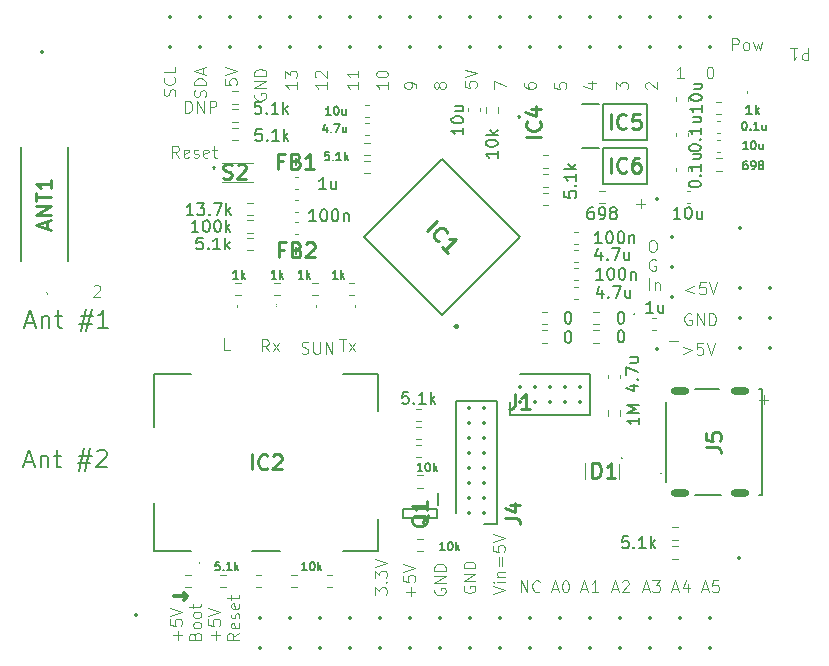
<source format=gto>
%TF.GenerationSoftware,KiCad,Pcbnew,8.0.4*%
%TF.CreationDate,2024-10-23T22:06:27+09:00*%
%TF.ProjectId,balsun,62616c73-756e-42e6-9b69-6361645f7063,rev?*%
%TF.SameCoordinates,Original*%
%TF.FileFunction,Legend,Top*%
%TF.FilePolarity,Positive*%
%FSLAX46Y46*%
G04 Gerber Fmt 4.6, Leading zero omitted, Abs format (unit mm)*
G04 Created by KiCad (PCBNEW 8.0.4) date 2024-10-23 22:06:27*
%MOMM*%
%LPD*%
G01*
G04 APERTURE LIST*
%ADD10C,0.100000*%
%ADD11C,0.125000*%
%ADD12C,0.187500*%
%ADD13C,0.150000*%
%ADD14C,0.300000*%
%ADD15C,0.120000*%
%ADD16C,0.254000*%
%ADD17C,0.200000*%
%ADD18C,0.250000*%
%ADD19C,0.350000*%
%ADD20O,1.600000X0.600000*%
G04 APERTURE END LIST*
D10*
X210994360Y-92452531D02*
X211184836Y-92452531D01*
X211184836Y-92452531D02*
X211280074Y-92500150D01*
X211280074Y-92500150D02*
X211375312Y-92595388D01*
X211375312Y-92595388D02*
X211422931Y-92785864D01*
X211422931Y-92785864D02*
X211422931Y-93119197D01*
X211422931Y-93119197D02*
X211375312Y-93309673D01*
X211375312Y-93309673D02*
X211280074Y-93404912D01*
X211280074Y-93404912D02*
X211184836Y-93452531D01*
X211184836Y-93452531D02*
X210994360Y-93452531D01*
X210994360Y-93452531D02*
X210899122Y-93404912D01*
X210899122Y-93404912D02*
X210803884Y-93309673D01*
X210803884Y-93309673D02*
X210756265Y-93119197D01*
X210756265Y-93119197D02*
X210756265Y-92785864D01*
X210756265Y-92785864D02*
X210803884Y-92595388D01*
X210803884Y-92595388D02*
X210899122Y-92500150D01*
X210899122Y-92500150D02*
X210994360Y-92452531D01*
X211327693Y-94110094D02*
X211232455Y-94062475D01*
X211232455Y-94062475D02*
X211089598Y-94062475D01*
X211089598Y-94062475D02*
X210946741Y-94110094D01*
X210946741Y-94110094D02*
X210851503Y-94205332D01*
X210851503Y-94205332D02*
X210803884Y-94300570D01*
X210803884Y-94300570D02*
X210756265Y-94491046D01*
X210756265Y-94491046D02*
X210756265Y-94633903D01*
X210756265Y-94633903D02*
X210803884Y-94824379D01*
X210803884Y-94824379D02*
X210851503Y-94919617D01*
X210851503Y-94919617D02*
X210946741Y-95014856D01*
X210946741Y-95014856D02*
X211089598Y-95062475D01*
X211089598Y-95062475D02*
X211184836Y-95062475D01*
X211184836Y-95062475D02*
X211327693Y-95014856D01*
X211327693Y-95014856D02*
X211375312Y-94967236D01*
X211375312Y-94967236D02*
X211375312Y-94633903D01*
X211375312Y-94633903D02*
X211184836Y-94633903D01*
X210803884Y-96672419D02*
X210803884Y-95672419D01*
X211280074Y-96005752D02*
X211280074Y-96672419D01*
X211280074Y-96100990D02*
X211327693Y-96053371D01*
X211327693Y-96053371D02*
X211422931Y-96005752D01*
X211422931Y-96005752D02*
X211565788Y-96005752D01*
X211565788Y-96005752D02*
X211661026Y-96053371D01*
X211661026Y-96053371D02*
X211708645Y-96148609D01*
X211708645Y-96148609D02*
X211708645Y-96672419D01*
D11*
X171520331Y-81671119D02*
X171520331Y-80671119D01*
X171520331Y-80671119D02*
X171758426Y-80671119D01*
X171758426Y-80671119D02*
X171901283Y-80718738D01*
X171901283Y-80718738D02*
X171996521Y-80813976D01*
X171996521Y-80813976D02*
X172044140Y-80909214D01*
X172044140Y-80909214D02*
X172091759Y-81099690D01*
X172091759Y-81099690D02*
X172091759Y-81242547D01*
X172091759Y-81242547D02*
X172044140Y-81433023D01*
X172044140Y-81433023D02*
X171996521Y-81528261D01*
X171996521Y-81528261D02*
X171901283Y-81623500D01*
X171901283Y-81623500D02*
X171758426Y-81671119D01*
X171758426Y-81671119D02*
X171520331Y-81671119D01*
X172520331Y-81671119D02*
X172520331Y-80671119D01*
X172520331Y-80671119D02*
X173091759Y-81671119D01*
X173091759Y-81671119D02*
X173091759Y-80671119D01*
X173567950Y-81671119D02*
X173567950Y-80671119D01*
X173567950Y-80671119D02*
X173948902Y-80671119D01*
X173948902Y-80671119D02*
X174044140Y-80718738D01*
X174044140Y-80718738D02*
X174091759Y-80766357D01*
X174091759Y-80766357D02*
X174139378Y-80861595D01*
X174139378Y-80861595D02*
X174139378Y-81004452D01*
X174139378Y-81004452D02*
X174091759Y-81099690D01*
X174091759Y-81099690D02*
X174044140Y-81147309D01*
X174044140Y-81147309D02*
X173948902Y-81194928D01*
X173948902Y-81194928D02*
X173567950Y-81194928D01*
D10*
X174872419Y-78819925D02*
X174872419Y-79296115D01*
X174872419Y-79296115D02*
X175348609Y-79343734D01*
X175348609Y-79343734D02*
X175300990Y-79296115D01*
X175300990Y-79296115D02*
X175253371Y-79200877D01*
X175253371Y-79200877D02*
X175253371Y-78962782D01*
X175253371Y-78962782D02*
X175300990Y-78867544D01*
X175300990Y-78867544D02*
X175348609Y-78819925D01*
X175348609Y-78819925D02*
X175443847Y-78772306D01*
X175443847Y-78772306D02*
X175681942Y-78772306D01*
X175681942Y-78772306D02*
X175777180Y-78819925D01*
X175777180Y-78819925D02*
X175824800Y-78867544D01*
X175824800Y-78867544D02*
X175872419Y-78962782D01*
X175872419Y-78962782D02*
X175872419Y-79200877D01*
X175872419Y-79200877D02*
X175824800Y-79296115D01*
X175824800Y-79296115D02*
X175777180Y-79343734D01*
X174872419Y-78486591D02*
X175872419Y-78153258D01*
X175872419Y-78153258D02*
X174872419Y-77819925D01*
X195172419Y-79019925D02*
X195172419Y-79496115D01*
X195172419Y-79496115D02*
X195648609Y-79543734D01*
X195648609Y-79543734D02*
X195600990Y-79496115D01*
X195600990Y-79496115D02*
X195553371Y-79400877D01*
X195553371Y-79400877D02*
X195553371Y-79162782D01*
X195553371Y-79162782D02*
X195600990Y-79067544D01*
X195600990Y-79067544D02*
X195648609Y-79019925D01*
X195648609Y-79019925D02*
X195743847Y-78972306D01*
X195743847Y-78972306D02*
X195981942Y-78972306D01*
X195981942Y-78972306D02*
X196077180Y-79019925D01*
X196077180Y-79019925D02*
X196124800Y-79067544D01*
X196124800Y-79067544D02*
X196172419Y-79162782D01*
X196172419Y-79162782D02*
X196172419Y-79400877D01*
X196172419Y-79400877D02*
X196124800Y-79496115D01*
X196124800Y-79496115D02*
X196077180Y-79543734D01*
X195172419Y-78686591D02*
X196172419Y-78353258D01*
X196172419Y-78353258D02*
X195172419Y-78019925D01*
D12*
X157909069Y-111278107D02*
X158623355Y-111278107D01*
X157766212Y-111706678D02*
X158266212Y-110206678D01*
X158266212Y-110206678D02*
X158766212Y-111706678D01*
X159266211Y-110706678D02*
X159266211Y-111706678D01*
X159266211Y-110849535D02*
X159337640Y-110778107D01*
X159337640Y-110778107D02*
X159480497Y-110706678D01*
X159480497Y-110706678D02*
X159694783Y-110706678D01*
X159694783Y-110706678D02*
X159837640Y-110778107D01*
X159837640Y-110778107D02*
X159909069Y-110920964D01*
X159909069Y-110920964D02*
X159909069Y-111706678D01*
X160409069Y-110706678D02*
X160980497Y-110706678D01*
X160623354Y-110206678D02*
X160623354Y-111492392D01*
X160623354Y-111492392D02*
X160694783Y-111635250D01*
X160694783Y-111635250D02*
X160837640Y-111706678D01*
X160837640Y-111706678D02*
X160980497Y-111706678D01*
X162551926Y-110706678D02*
X163623354Y-110706678D01*
X162980497Y-110063821D02*
X162551926Y-111992392D01*
X163480497Y-111349535D02*
X162409069Y-111349535D01*
X163051926Y-111992392D02*
X163480497Y-110063821D01*
X164051926Y-110349535D02*
X164123354Y-110278107D01*
X164123354Y-110278107D02*
X164266212Y-110206678D01*
X164266212Y-110206678D02*
X164623354Y-110206678D01*
X164623354Y-110206678D02*
X164766212Y-110278107D01*
X164766212Y-110278107D02*
X164837640Y-110349535D01*
X164837640Y-110349535D02*
X164909069Y-110492392D01*
X164909069Y-110492392D02*
X164909069Y-110635250D01*
X164909069Y-110635250D02*
X164837640Y-110849535D01*
X164837640Y-110849535D02*
X163980497Y-111706678D01*
X163980497Y-111706678D02*
X164909069Y-111706678D01*
X158009069Y-99478107D02*
X158723355Y-99478107D01*
X157866212Y-99906678D02*
X158366212Y-98406678D01*
X158366212Y-98406678D02*
X158866212Y-99906678D01*
X159366211Y-98906678D02*
X159366211Y-99906678D01*
X159366211Y-99049535D02*
X159437640Y-98978107D01*
X159437640Y-98978107D02*
X159580497Y-98906678D01*
X159580497Y-98906678D02*
X159794783Y-98906678D01*
X159794783Y-98906678D02*
X159937640Y-98978107D01*
X159937640Y-98978107D02*
X160009069Y-99120964D01*
X160009069Y-99120964D02*
X160009069Y-99906678D01*
X160509069Y-98906678D02*
X161080497Y-98906678D01*
X160723354Y-98406678D02*
X160723354Y-99692392D01*
X160723354Y-99692392D02*
X160794783Y-99835250D01*
X160794783Y-99835250D02*
X160937640Y-99906678D01*
X160937640Y-99906678D02*
X161080497Y-99906678D01*
X162651926Y-98906678D02*
X163723354Y-98906678D01*
X163080497Y-98263821D02*
X162651926Y-100192392D01*
X163580497Y-99549535D02*
X162509069Y-99549535D01*
X163151926Y-100192392D02*
X163580497Y-98263821D01*
X165009069Y-99906678D02*
X164151926Y-99906678D01*
X164580497Y-99906678D02*
X164580497Y-98406678D01*
X164580497Y-98406678D02*
X164437640Y-98620964D01*
X164437640Y-98620964D02*
X164294783Y-98763821D01*
X164294783Y-98763821D02*
X164151926Y-98835250D01*
D10*
X191072419Y-79548496D02*
X191072419Y-79358020D01*
X191072419Y-79358020D02*
X191024800Y-79262782D01*
X191024800Y-79262782D02*
X190977180Y-79215163D01*
X190977180Y-79215163D02*
X190834323Y-79119925D01*
X190834323Y-79119925D02*
X190643847Y-79072306D01*
X190643847Y-79072306D02*
X190262895Y-79072306D01*
X190262895Y-79072306D02*
X190167657Y-79119925D01*
X190167657Y-79119925D02*
X190120038Y-79167544D01*
X190120038Y-79167544D02*
X190072419Y-79262782D01*
X190072419Y-79262782D02*
X190072419Y-79453258D01*
X190072419Y-79453258D02*
X190120038Y-79548496D01*
X190120038Y-79548496D02*
X190167657Y-79596115D01*
X190167657Y-79596115D02*
X190262895Y-79643734D01*
X190262895Y-79643734D02*
X190500990Y-79643734D01*
X190500990Y-79643734D02*
X190596228Y-79596115D01*
X190596228Y-79596115D02*
X190643847Y-79548496D01*
X190643847Y-79548496D02*
X190691466Y-79453258D01*
X190691466Y-79453258D02*
X190691466Y-79262782D01*
X190691466Y-79262782D02*
X190643847Y-79167544D01*
X190643847Y-79167544D02*
X190596228Y-79119925D01*
X190596228Y-79119925D02*
X190500990Y-79072306D01*
X190591466Y-122596115D02*
X190591466Y-121834211D01*
X190972419Y-122215163D02*
X190210514Y-122215163D01*
X189972419Y-120881830D02*
X189972419Y-121358020D01*
X189972419Y-121358020D02*
X190448609Y-121405639D01*
X190448609Y-121405639D02*
X190400990Y-121358020D01*
X190400990Y-121358020D02*
X190353371Y-121262782D01*
X190353371Y-121262782D02*
X190353371Y-121024687D01*
X190353371Y-121024687D02*
X190400990Y-120929449D01*
X190400990Y-120929449D02*
X190448609Y-120881830D01*
X190448609Y-120881830D02*
X190543847Y-120834211D01*
X190543847Y-120834211D02*
X190781942Y-120834211D01*
X190781942Y-120834211D02*
X190877180Y-120881830D01*
X190877180Y-120881830D02*
X190924800Y-120929449D01*
X190924800Y-120929449D02*
X190972419Y-121024687D01*
X190972419Y-121024687D02*
X190972419Y-121262782D01*
X190972419Y-121262782D02*
X190924800Y-121358020D01*
X190924800Y-121358020D02*
X190877180Y-121405639D01*
X189972419Y-120548496D02*
X190972419Y-120215163D01*
X190972419Y-120215163D02*
X189972419Y-119881830D01*
X188672419Y-79072306D02*
X188672419Y-79643734D01*
X188672419Y-79358020D02*
X187672419Y-79358020D01*
X187672419Y-79358020D02*
X187815276Y-79453258D01*
X187815276Y-79453258D02*
X187910514Y-79548496D01*
X187910514Y-79548496D02*
X187958133Y-79643734D01*
X187672419Y-78453258D02*
X187672419Y-78358020D01*
X187672419Y-78358020D02*
X187720038Y-78262782D01*
X187720038Y-78262782D02*
X187767657Y-78215163D01*
X187767657Y-78215163D02*
X187862895Y-78167544D01*
X187862895Y-78167544D02*
X188053371Y-78119925D01*
X188053371Y-78119925D02*
X188291466Y-78119925D01*
X188291466Y-78119925D02*
X188481942Y-78167544D01*
X188481942Y-78167544D02*
X188577180Y-78215163D01*
X188577180Y-78215163D02*
X188624800Y-78262782D01*
X188624800Y-78262782D02*
X188672419Y-78358020D01*
X188672419Y-78358020D02*
X188672419Y-78453258D01*
X188672419Y-78453258D02*
X188624800Y-78548496D01*
X188624800Y-78548496D02*
X188577180Y-78596115D01*
X188577180Y-78596115D02*
X188481942Y-78643734D01*
X188481942Y-78643734D02*
X188291466Y-78691353D01*
X188291466Y-78691353D02*
X188053371Y-78691353D01*
X188053371Y-78691353D02*
X187862895Y-78643734D01*
X187862895Y-78643734D02*
X187767657Y-78596115D01*
X187767657Y-78596115D02*
X187720038Y-78548496D01*
X187720038Y-78548496D02*
X187672419Y-78453258D01*
X192620038Y-121972306D02*
X192572419Y-122067544D01*
X192572419Y-122067544D02*
X192572419Y-122210401D01*
X192572419Y-122210401D02*
X192620038Y-122353258D01*
X192620038Y-122353258D02*
X192715276Y-122448496D01*
X192715276Y-122448496D02*
X192810514Y-122496115D01*
X192810514Y-122496115D02*
X193000990Y-122543734D01*
X193000990Y-122543734D02*
X193143847Y-122543734D01*
X193143847Y-122543734D02*
X193334323Y-122496115D01*
X193334323Y-122496115D02*
X193429561Y-122448496D01*
X193429561Y-122448496D02*
X193524800Y-122353258D01*
X193524800Y-122353258D02*
X193572419Y-122210401D01*
X193572419Y-122210401D02*
X193572419Y-122115163D01*
X193572419Y-122115163D02*
X193524800Y-121972306D01*
X193524800Y-121972306D02*
X193477180Y-121924687D01*
X193477180Y-121924687D02*
X193143847Y-121924687D01*
X193143847Y-121924687D02*
X193143847Y-122115163D01*
X193572419Y-121496115D02*
X192572419Y-121496115D01*
X192572419Y-121496115D02*
X193572419Y-120924687D01*
X193572419Y-120924687D02*
X192572419Y-120924687D01*
X193572419Y-120448496D02*
X192572419Y-120448496D01*
X192572419Y-120448496D02*
X192572419Y-120210401D01*
X192572419Y-120210401D02*
X192620038Y-120067544D01*
X192620038Y-120067544D02*
X192715276Y-119972306D01*
X192715276Y-119972306D02*
X192810514Y-119924687D01*
X192810514Y-119924687D02*
X193000990Y-119877068D01*
X193000990Y-119877068D02*
X193143847Y-119877068D01*
X193143847Y-119877068D02*
X193334323Y-119924687D01*
X193334323Y-119924687D02*
X193429561Y-119972306D01*
X193429561Y-119972306D02*
X193524800Y-120067544D01*
X193524800Y-120067544D02*
X193572419Y-120210401D01*
X193572419Y-120210401D02*
X193572419Y-120448496D01*
X180972419Y-79072306D02*
X180972419Y-79643734D01*
X180972419Y-79358020D02*
X179972419Y-79358020D01*
X179972419Y-79358020D02*
X180115276Y-79453258D01*
X180115276Y-79453258D02*
X180210514Y-79548496D01*
X180210514Y-79548496D02*
X180258133Y-79643734D01*
X179972419Y-78738972D02*
X179972419Y-78119925D01*
X179972419Y-78119925D02*
X180353371Y-78453258D01*
X180353371Y-78453258D02*
X180353371Y-78310401D01*
X180353371Y-78310401D02*
X180400990Y-78215163D01*
X180400990Y-78215163D02*
X180448609Y-78167544D01*
X180448609Y-78167544D02*
X180543847Y-78119925D01*
X180543847Y-78119925D02*
X180781942Y-78119925D01*
X180781942Y-78119925D02*
X180877180Y-78167544D01*
X180877180Y-78167544D02*
X180924800Y-78215163D01*
X180924800Y-78215163D02*
X180972419Y-78310401D01*
X180972419Y-78310401D02*
X180972419Y-78596115D01*
X180972419Y-78596115D02*
X180924800Y-78691353D01*
X180924800Y-78691353D02*
X180877180Y-78738972D01*
X207656265Y-121986704D02*
X208132455Y-121986704D01*
X207561027Y-122272419D02*
X207894360Y-121272419D01*
X207894360Y-121272419D02*
X208227693Y-122272419D01*
X208513408Y-121367657D02*
X208561027Y-121320038D01*
X208561027Y-121320038D02*
X208656265Y-121272419D01*
X208656265Y-121272419D02*
X208894360Y-121272419D01*
X208894360Y-121272419D02*
X208989598Y-121320038D01*
X208989598Y-121320038D02*
X209037217Y-121367657D01*
X209037217Y-121367657D02*
X209084836Y-121462895D01*
X209084836Y-121462895D02*
X209084836Y-121558133D01*
X209084836Y-121558133D02*
X209037217Y-121700990D01*
X209037217Y-121700990D02*
X208465789Y-122272419D01*
X208465789Y-122272419D02*
X209084836Y-122272419D01*
X205605752Y-79167544D02*
X206272419Y-79167544D01*
X205224800Y-79405639D02*
X205939085Y-79643734D01*
X205939085Y-79643734D02*
X205939085Y-79024687D01*
X202556265Y-121986704D02*
X203032455Y-121986704D01*
X202461027Y-122272419D02*
X202794360Y-121272419D01*
X202794360Y-121272419D02*
X203127693Y-122272419D01*
X203651503Y-121272419D02*
X203746741Y-121272419D01*
X203746741Y-121272419D02*
X203841979Y-121320038D01*
X203841979Y-121320038D02*
X203889598Y-121367657D01*
X203889598Y-121367657D02*
X203937217Y-121462895D01*
X203937217Y-121462895D02*
X203984836Y-121653371D01*
X203984836Y-121653371D02*
X203984836Y-121891466D01*
X203984836Y-121891466D02*
X203937217Y-122081942D01*
X203937217Y-122081942D02*
X203889598Y-122177180D01*
X203889598Y-122177180D02*
X203841979Y-122224800D01*
X203841979Y-122224800D02*
X203746741Y-122272419D01*
X203746741Y-122272419D02*
X203651503Y-122272419D01*
X203651503Y-122272419D02*
X203556265Y-122224800D01*
X203556265Y-122224800D02*
X203508646Y-122177180D01*
X203508646Y-122177180D02*
X203461027Y-122081942D01*
X203461027Y-122081942D02*
X203413408Y-121891466D01*
X203413408Y-121891466D02*
X203413408Y-121653371D01*
X203413408Y-121653371D02*
X203461027Y-121462895D01*
X203461027Y-121462895D02*
X203508646Y-121367657D01*
X203508646Y-121367657D02*
X203556265Y-121320038D01*
X203556265Y-121320038D02*
X203651503Y-121272419D01*
X184561027Y-100872419D02*
X185132455Y-100872419D01*
X184846741Y-101872419D02*
X184846741Y-100872419D01*
X185370551Y-101872419D02*
X185894360Y-101205752D01*
X185370551Y-101205752D02*
X185894360Y-101872419D01*
X193000990Y-79453258D02*
X192953371Y-79548496D01*
X192953371Y-79548496D02*
X192905752Y-79596115D01*
X192905752Y-79596115D02*
X192810514Y-79643734D01*
X192810514Y-79643734D02*
X192762895Y-79643734D01*
X192762895Y-79643734D02*
X192667657Y-79596115D01*
X192667657Y-79596115D02*
X192620038Y-79548496D01*
X192620038Y-79548496D02*
X192572419Y-79453258D01*
X192572419Y-79453258D02*
X192572419Y-79262782D01*
X192572419Y-79262782D02*
X192620038Y-79167544D01*
X192620038Y-79167544D02*
X192667657Y-79119925D01*
X192667657Y-79119925D02*
X192762895Y-79072306D01*
X192762895Y-79072306D02*
X192810514Y-79072306D01*
X192810514Y-79072306D02*
X192905752Y-79119925D01*
X192905752Y-79119925D02*
X192953371Y-79167544D01*
X192953371Y-79167544D02*
X193000990Y-79262782D01*
X193000990Y-79262782D02*
X193000990Y-79453258D01*
X193000990Y-79453258D02*
X193048609Y-79548496D01*
X193048609Y-79548496D02*
X193096228Y-79596115D01*
X193096228Y-79596115D02*
X193191466Y-79643734D01*
X193191466Y-79643734D02*
X193381942Y-79643734D01*
X193381942Y-79643734D02*
X193477180Y-79596115D01*
X193477180Y-79596115D02*
X193524800Y-79548496D01*
X193524800Y-79548496D02*
X193572419Y-79453258D01*
X193572419Y-79453258D02*
X193572419Y-79262782D01*
X193572419Y-79262782D02*
X193524800Y-79167544D01*
X193524800Y-79167544D02*
X193477180Y-79119925D01*
X193477180Y-79119925D02*
X193381942Y-79072306D01*
X193381942Y-79072306D02*
X193191466Y-79072306D01*
X193191466Y-79072306D02*
X193096228Y-79119925D01*
X193096228Y-79119925D02*
X193048609Y-79167544D01*
X193048609Y-79167544D02*
X193000990Y-79262782D01*
X181356265Y-102024800D02*
X181499122Y-102072419D01*
X181499122Y-102072419D02*
X181737217Y-102072419D01*
X181737217Y-102072419D02*
X181832455Y-102024800D01*
X181832455Y-102024800D02*
X181880074Y-101977180D01*
X181880074Y-101977180D02*
X181927693Y-101881942D01*
X181927693Y-101881942D02*
X181927693Y-101786704D01*
X181927693Y-101786704D02*
X181880074Y-101691466D01*
X181880074Y-101691466D02*
X181832455Y-101643847D01*
X181832455Y-101643847D02*
X181737217Y-101596228D01*
X181737217Y-101596228D02*
X181546741Y-101548609D01*
X181546741Y-101548609D02*
X181451503Y-101500990D01*
X181451503Y-101500990D02*
X181403884Y-101453371D01*
X181403884Y-101453371D02*
X181356265Y-101358133D01*
X181356265Y-101358133D02*
X181356265Y-101262895D01*
X181356265Y-101262895D02*
X181403884Y-101167657D01*
X181403884Y-101167657D02*
X181451503Y-101120038D01*
X181451503Y-101120038D02*
X181546741Y-101072419D01*
X181546741Y-101072419D02*
X181784836Y-101072419D01*
X181784836Y-101072419D02*
X181927693Y-101120038D01*
X182356265Y-101072419D02*
X182356265Y-101881942D01*
X182356265Y-101881942D02*
X182403884Y-101977180D01*
X182403884Y-101977180D02*
X182451503Y-102024800D01*
X182451503Y-102024800D02*
X182546741Y-102072419D01*
X182546741Y-102072419D02*
X182737217Y-102072419D01*
X182737217Y-102072419D02*
X182832455Y-102024800D01*
X182832455Y-102024800D02*
X182880074Y-101977180D01*
X182880074Y-101977180D02*
X182927693Y-101881942D01*
X182927693Y-101881942D02*
X182927693Y-101072419D01*
X183403884Y-102072419D02*
X183403884Y-101072419D01*
X183403884Y-101072419D02*
X183975312Y-102072419D01*
X183975312Y-102072419D02*
X183975312Y-101072419D01*
X177420038Y-80072306D02*
X177372419Y-80167544D01*
X177372419Y-80167544D02*
X177372419Y-80310401D01*
X177372419Y-80310401D02*
X177420038Y-80453258D01*
X177420038Y-80453258D02*
X177515276Y-80548496D01*
X177515276Y-80548496D02*
X177610514Y-80596115D01*
X177610514Y-80596115D02*
X177800990Y-80643734D01*
X177800990Y-80643734D02*
X177943847Y-80643734D01*
X177943847Y-80643734D02*
X178134323Y-80596115D01*
X178134323Y-80596115D02*
X178229561Y-80548496D01*
X178229561Y-80548496D02*
X178324800Y-80453258D01*
X178324800Y-80453258D02*
X178372419Y-80310401D01*
X178372419Y-80310401D02*
X178372419Y-80215163D01*
X178372419Y-80215163D02*
X178324800Y-80072306D01*
X178324800Y-80072306D02*
X178277180Y-80024687D01*
X178277180Y-80024687D02*
X177943847Y-80024687D01*
X177943847Y-80024687D02*
X177943847Y-80215163D01*
X178372419Y-79596115D02*
X177372419Y-79596115D01*
X177372419Y-79596115D02*
X178372419Y-79024687D01*
X178372419Y-79024687D02*
X177372419Y-79024687D01*
X178372419Y-78548496D02*
X177372419Y-78548496D01*
X177372419Y-78548496D02*
X177372419Y-78310401D01*
X177372419Y-78310401D02*
X177420038Y-78167544D01*
X177420038Y-78167544D02*
X177515276Y-78072306D01*
X177515276Y-78072306D02*
X177610514Y-78024687D01*
X177610514Y-78024687D02*
X177800990Y-77977068D01*
X177800990Y-77977068D02*
X177943847Y-77977068D01*
X177943847Y-77977068D02*
X178134323Y-78024687D01*
X178134323Y-78024687D02*
X178229561Y-78072306D01*
X178229561Y-78072306D02*
X178324800Y-78167544D01*
X178324800Y-78167544D02*
X178372419Y-78310401D01*
X178372419Y-78310401D02*
X178372419Y-78548496D01*
X183472419Y-79072306D02*
X183472419Y-79643734D01*
X183472419Y-79358020D02*
X182472419Y-79358020D01*
X182472419Y-79358020D02*
X182615276Y-79453258D01*
X182615276Y-79453258D02*
X182710514Y-79548496D01*
X182710514Y-79548496D02*
X182758133Y-79643734D01*
X182567657Y-78691353D02*
X182520038Y-78643734D01*
X182520038Y-78643734D02*
X182472419Y-78548496D01*
X182472419Y-78548496D02*
X182472419Y-78310401D01*
X182472419Y-78310401D02*
X182520038Y-78215163D01*
X182520038Y-78215163D02*
X182567657Y-78167544D01*
X182567657Y-78167544D02*
X182662895Y-78119925D01*
X182662895Y-78119925D02*
X182758133Y-78119925D01*
X182758133Y-78119925D02*
X182900990Y-78167544D01*
X182900990Y-78167544D02*
X183472419Y-78738972D01*
X183472419Y-78738972D02*
X183472419Y-78119925D01*
X202772419Y-79119925D02*
X202772419Y-79596115D01*
X202772419Y-79596115D02*
X203248609Y-79643734D01*
X203248609Y-79643734D02*
X203200990Y-79596115D01*
X203200990Y-79596115D02*
X203153371Y-79500877D01*
X203153371Y-79500877D02*
X203153371Y-79262782D01*
X203153371Y-79262782D02*
X203200990Y-79167544D01*
X203200990Y-79167544D02*
X203248609Y-79119925D01*
X203248609Y-79119925D02*
X203343847Y-79072306D01*
X203343847Y-79072306D02*
X203581942Y-79072306D01*
X203581942Y-79072306D02*
X203677180Y-79119925D01*
X203677180Y-79119925D02*
X203724800Y-79167544D01*
X203724800Y-79167544D02*
X203772419Y-79262782D01*
X203772419Y-79262782D02*
X203772419Y-79500877D01*
X203772419Y-79500877D02*
X203724800Y-79596115D01*
X203724800Y-79596115D02*
X203677180Y-79643734D01*
D13*
X179216666Y-95716033D02*
X178816666Y-95716033D01*
X179016666Y-95716033D02*
X179016666Y-95016033D01*
X179016666Y-95016033D02*
X178949999Y-95116033D01*
X178949999Y-95116033D02*
X178883333Y-95182700D01*
X178883333Y-95182700D02*
X178816666Y-95216033D01*
X179516666Y-95716033D02*
X179516666Y-95016033D01*
X179583333Y-95449366D02*
X179783333Y-95716033D01*
X179783333Y-95249366D02*
X179516666Y-95516033D01*
D11*
X212772712Y-121985404D02*
X213248902Y-121985404D01*
X212677474Y-122271119D02*
X213010807Y-121271119D01*
X213010807Y-121271119D02*
X213344140Y-122271119D01*
X214106045Y-121604452D02*
X214106045Y-122271119D01*
X213867950Y-121223500D02*
X213629855Y-121937785D01*
X213629855Y-121937785D02*
X214248902Y-121937785D01*
D10*
X212503884Y-100991466D02*
X213265789Y-100991466D01*
X209703884Y-89391466D02*
X210465789Y-89391466D01*
X210084836Y-89772419D02*
X210084836Y-89010514D01*
X217803884Y-76372419D02*
X217803884Y-75372419D01*
X217803884Y-75372419D02*
X218184836Y-75372419D01*
X218184836Y-75372419D02*
X218280074Y-75420038D01*
X218280074Y-75420038D02*
X218327693Y-75467657D01*
X218327693Y-75467657D02*
X218375312Y-75562895D01*
X218375312Y-75562895D02*
X218375312Y-75705752D01*
X218375312Y-75705752D02*
X218327693Y-75800990D01*
X218327693Y-75800990D02*
X218280074Y-75848609D01*
X218280074Y-75848609D02*
X218184836Y-75896228D01*
X218184836Y-75896228D02*
X217803884Y-75896228D01*
X218946741Y-76372419D02*
X218851503Y-76324800D01*
X218851503Y-76324800D02*
X218803884Y-76277180D01*
X218803884Y-76277180D02*
X218756265Y-76181942D01*
X218756265Y-76181942D02*
X218756265Y-75896228D01*
X218756265Y-75896228D02*
X218803884Y-75800990D01*
X218803884Y-75800990D02*
X218851503Y-75753371D01*
X218851503Y-75753371D02*
X218946741Y-75705752D01*
X218946741Y-75705752D02*
X219089598Y-75705752D01*
X219089598Y-75705752D02*
X219184836Y-75753371D01*
X219184836Y-75753371D02*
X219232455Y-75800990D01*
X219232455Y-75800990D02*
X219280074Y-75896228D01*
X219280074Y-75896228D02*
X219280074Y-76181942D01*
X219280074Y-76181942D02*
X219232455Y-76277180D01*
X219232455Y-76277180D02*
X219184836Y-76324800D01*
X219184836Y-76324800D02*
X219089598Y-76372419D01*
X219089598Y-76372419D02*
X218946741Y-76372419D01*
X219613408Y-75705752D02*
X219803884Y-76372419D01*
X219803884Y-76372419D02*
X219994360Y-75896228D01*
X219994360Y-75896228D02*
X220184836Y-76372419D01*
X220184836Y-76372419D02*
X220375312Y-75705752D01*
X178575312Y-101872419D02*
X178241979Y-101396228D01*
X178003884Y-101872419D02*
X178003884Y-100872419D01*
X178003884Y-100872419D02*
X178384836Y-100872419D01*
X178384836Y-100872419D02*
X178480074Y-100920038D01*
X178480074Y-100920038D02*
X178527693Y-100967657D01*
X178527693Y-100967657D02*
X178575312Y-101062895D01*
X178575312Y-101062895D02*
X178575312Y-101205752D01*
X178575312Y-101205752D02*
X178527693Y-101300990D01*
X178527693Y-101300990D02*
X178480074Y-101348609D01*
X178480074Y-101348609D02*
X178384836Y-101396228D01*
X178384836Y-101396228D02*
X178003884Y-101396228D01*
X178908646Y-101872419D02*
X179432455Y-101205752D01*
X178908646Y-101205752D02*
X179432455Y-101872419D01*
X213727693Y-78772419D02*
X213156265Y-78772419D01*
X213441979Y-78772419D02*
X213441979Y-77772419D01*
X213441979Y-77772419D02*
X213346741Y-77915276D01*
X213346741Y-77915276D02*
X213251503Y-78010514D01*
X213251503Y-78010514D02*
X213156265Y-78058133D01*
X200172419Y-79167544D02*
X200172419Y-79358020D01*
X200172419Y-79358020D02*
X200220038Y-79453258D01*
X200220038Y-79453258D02*
X200267657Y-79500877D01*
X200267657Y-79500877D02*
X200410514Y-79596115D01*
X200410514Y-79596115D02*
X200600990Y-79643734D01*
X200600990Y-79643734D02*
X200981942Y-79643734D01*
X200981942Y-79643734D02*
X201077180Y-79596115D01*
X201077180Y-79596115D02*
X201124800Y-79548496D01*
X201124800Y-79548496D02*
X201172419Y-79453258D01*
X201172419Y-79453258D02*
X201172419Y-79262782D01*
X201172419Y-79262782D02*
X201124800Y-79167544D01*
X201124800Y-79167544D02*
X201077180Y-79119925D01*
X201077180Y-79119925D02*
X200981942Y-79072306D01*
X200981942Y-79072306D02*
X200743847Y-79072306D01*
X200743847Y-79072306D02*
X200648609Y-79119925D01*
X200648609Y-79119925D02*
X200600990Y-79167544D01*
X200600990Y-79167544D02*
X200553371Y-79262782D01*
X200553371Y-79262782D02*
X200553371Y-79453258D01*
X200553371Y-79453258D02*
X200600990Y-79548496D01*
X200600990Y-79548496D02*
X200648609Y-79596115D01*
X200648609Y-79596115D02*
X200743847Y-79643734D01*
X186172419Y-79072306D02*
X186172419Y-79643734D01*
X186172419Y-79358020D02*
X185172419Y-79358020D01*
X185172419Y-79358020D02*
X185315276Y-79453258D01*
X185315276Y-79453258D02*
X185410514Y-79548496D01*
X185410514Y-79548496D02*
X185458133Y-79643734D01*
X186172419Y-78119925D02*
X186172419Y-78691353D01*
X186172419Y-78405639D02*
X185172419Y-78405639D01*
X185172419Y-78405639D02*
X185315276Y-78500877D01*
X185315276Y-78500877D02*
X185410514Y-78596115D01*
X185410514Y-78596115D02*
X185458133Y-78691353D01*
X175280074Y-101772419D02*
X174803884Y-101772419D01*
X174803884Y-101772419D02*
X174803884Y-100772419D01*
X197672419Y-79691353D02*
X197672419Y-79024687D01*
X197672419Y-79024687D02*
X198672419Y-79453258D01*
X195120038Y-121772306D02*
X195072419Y-121867544D01*
X195072419Y-121867544D02*
X195072419Y-122010401D01*
X195072419Y-122010401D02*
X195120038Y-122153258D01*
X195120038Y-122153258D02*
X195215276Y-122248496D01*
X195215276Y-122248496D02*
X195310514Y-122296115D01*
X195310514Y-122296115D02*
X195500990Y-122343734D01*
X195500990Y-122343734D02*
X195643847Y-122343734D01*
X195643847Y-122343734D02*
X195834323Y-122296115D01*
X195834323Y-122296115D02*
X195929561Y-122248496D01*
X195929561Y-122248496D02*
X196024800Y-122153258D01*
X196024800Y-122153258D02*
X196072419Y-122010401D01*
X196072419Y-122010401D02*
X196072419Y-121915163D01*
X196072419Y-121915163D02*
X196024800Y-121772306D01*
X196024800Y-121772306D02*
X195977180Y-121724687D01*
X195977180Y-121724687D02*
X195643847Y-121724687D01*
X195643847Y-121724687D02*
X195643847Y-121915163D01*
X196072419Y-121296115D02*
X195072419Y-121296115D01*
X195072419Y-121296115D02*
X196072419Y-120724687D01*
X196072419Y-120724687D02*
X195072419Y-120724687D01*
X196072419Y-120248496D02*
X195072419Y-120248496D01*
X195072419Y-120248496D02*
X195072419Y-120010401D01*
X195072419Y-120010401D02*
X195120038Y-119867544D01*
X195120038Y-119867544D02*
X195215276Y-119772306D01*
X195215276Y-119772306D02*
X195310514Y-119724687D01*
X195310514Y-119724687D02*
X195500990Y-119677068D01*
X195500990Y-119677068D02*
X195643847Y-119677068D01*
X195643847Y-119677068D02*
X195834323Y-119724687D01*
X195834323Y-119724687D02*
X195929561Y-119772306D01*
X195929561Y-119772306D02*
X196024800Y-119867544D01*
X196024800Y-119867544D02*
X196072419Y-120010401D01*
X196072419Y-120010401D02*
X196072419Y-120248496D01*
X170624800Y-80243734D02*
X170672419Y-80100877D01*
X170672419Y-80100877D02*
X170672419Y-79862782D01*
X170672419Y-79862782D02*
X170624800Y-79767544D01*
X170624800Y-79767544D02*
X170577180Y-79719925D01*
X170577180Y-79719925D02*
X170481942Y-79672306D01*
X170481942Y-79672306D02*
X170386704Y-79672306D01*
X170386704Y-79672306D02*
X170291466Y-79719925D01*
X170291466Y-79719925D02*
X170243847Y-79767544D01*
X170243847Y-79767544D02*
X170196228Y-79862782D01*
X170196228Y-79862782D02*
X170148609Y-80053258D01*
X170148609Y-80053258D02*
X170100990Y-80148496D01*
X170100990Y-80148496D02*
X170053371Y-80196115D01*
X170053371Y-80196115D02*
X169958133Y-80243734D01*
X169958133Y-80243734D02*
X169862895Y-80243734D01*
X169862895Y-80243734D02*
X169767657Y-80196115D01*
X169767657Y-80196115D02*
X169720038Y-80148496D01*
X169720038Y-80148496D02*
X169672419Y-80053258D01*
X169672419Y-80053258D02*
X169672419Y-79815163D01*
X169672419Y-79815163D02*
X169720038Y-79672306D01*
X170577180Y-78672306D02*
X170624800Y-78719925D01*
X170624800Y-78719925D02*
X170672419Y-78862782D01*
X170672419Y-78862782D02*
X170672419Y-78958020D01*
X170672419Y-78958020D02*
X170624800Y-79100877D01*
X170624800Y-79100877D02*
X170529561Y-79196115D01*
X170529561Y-79196115D02*
X170434323Y-79243734D01*
X170434323Y-79243734D02*
X170243847Y-79291353D01*
X170243847Y-79291353D02*
X170100990Y-79291353D01*
X170100990Y-79291353D02*
X169910514Y-79243734D01*
X169910514Y-79243734D02*
X169815276Y-79196115D01*
X169815276Y-79196115D02*
X169720038Y-79100877D01*
X169720038Y-79100877D02*
X169672419Y-78958020D01*
X169672419Y-78958020D02*
X169672419Y-78862782D01*
X169672419Y-78862782D02*
X169720038Y-78719925D01*
X169720038Y-78719925D02*
X169767657Y-78672306D01*
X170672419Y-77767544D02*
X170672419Y-78243734D01*
X170672419Y-78243734D02*
X169672419Y-78243734D01*
X205056265Y-121986704D02*
X205532455Y-121986704D01*
X204961027Y-122272419D02*
X205294360Y-121272419D01*
X205294360Y-121272419D02*
X205627693Y-122272419D01*
X206484836Y-122272419D02*
X205913408Y-122272419D01*
X206199122Y-122272419D02*
X206199122Y-121272419D01*
X206199122Y-121272419D02*
X206103884Y-121415276D01*
X206103884Y-121415276D02*
X206008646Y-121510514D01*
X206008646Y-121510514D02*
X205913408Y-121558133D01*
X163756265Y-96367657D02*
X163803884Y-96320038D01*
X163803884Y-96320038D02*
X163899122Y-96272419D01*
X163899122Y-96272419D02*
X164137217Y-96272419D01*
X164137217Y-96272419D02*
X164232455Y-96320038D01*
X164232455Y-96320038D02*
X164280074Y-96367657D01*
X164280074Y-96367657D02*
X164327693Y-96462895D01*
X164327693Y-96462895D02*
X164327693Y-96558133D01*
X164327693Y-96558133D02*
X164280074Y-96700990D01*
X164280074Y-96700990D02*
X163708646Y-97272419D01*
X163708646Y-97272419D02*
X164327693Y-97272419D01*
X207972419Y-79691353D02*
X207972419Y-79072306D01*
X207972419Y-79072306D02*
X208353371Y-79405639D01*
X208353371Y-79405639D02*
X208353371Y-79262782D01*
X208353371Y-79262782D02*
X208400990Y-79167544D01*
X208400990Y-79167544D02*
X208448609Y-79119925D01*
X208448609Y-79119925D02*
X208543847Y-79072306D01*
X208543847Y-79072306D02*
X208781942Y-79072306D01*
X208781942Y-79072306D02*
X208877180Y-79119925D01*
X208877180Y-79119925D02*
X208924800Y-79167544D01*
X208924800Y-79167544D02*
X208972419Y-79262782D01*
X208972419Y-79262782D02*
X208972419Y-79548496D01*
X208972419Y-79548496D02*
X208924800Y-79643734D01*
X208924800Y-79643734D02*
X208877180Y-79691353D01*
X187572419Y-122491353D02*
X187572419Y-121872306D01*
X187572419Y-121872306D02*
X187953371Y-122205639D01*
X187953371Y-122205639D02*
X187953371Y-122062782D01*
X187953371Y-122062782D02*
X188000990Y-121967544D01*
X188000990Y-121967544D02*
X188048609Y-121919925D01*
X188048609Y-121919925D02*
X188143847Y-121872306D01*
X188143847Y-121872306D02*
X188381942Y-121872306D01*
X188381942Y-121872306D02*
X188477180Y-121919925D01*
X188477180Y-121919925D02*
X188524800Y-121967544D01*
X188524800Y-121967544D02*
X188572419Y-122062782D01*
X188572419Y-122062782D02*
X188572419Y-122348496D01*
X188572419Y-122348496D02*
X188524800Y-122443734D01*
X188524800Y-122443734D02*
X188477180Y-122491353D01*
X188477180Y-121443734D02*
X188524800Y-121396115D01*
X188524800Y-121396115D02*
X188572419Y-121443734D01*
X188572419Y-121443734D02*
X188524800Y-121491353D01*
X188524800Y-121491353D02*
X188477180Y-121443734D01*
X188477180Y-121443734D02*
X188572419Y-121443734D01*
X187572419Y-121062782D02*
X187572419Y-120443735D01*
X187572419Y-120443735D02*
X187953371Y-120777068D01*
X187953371Y-120777068D02*
X187953371Y-120634211D01*
X187953371Y-120634211D02*
X188000990Y-120538973D01*
X188000990Y-120538973D02*
X188048609Y-120491354D01*
X188048609Y-120491354D02*
X188143847Y-120443735D01*
X188143847Y-120443735D02*
X188381942Y-120443735D01*
X188381942Y-120443735D02*
X188477180Y-120491354D01*
X188477180Y-120491354D02*
X188524800Y-120538973D01*
X188524800Y-120538973D02*
X188572419Y-120634211D01*
X188572419Y-120634211D02*
X188572419Y-120919925D01*
X188572419Y-120919925D02*
X188524800Y-121015163D01*
X188524800Y-121015163D02*
X188477180Y-121062782D01*
X187572419Y-120158020D02*
X188572419Y-119824687D01*
X188572419Y-119824687D02*
X187572419Y-119491354D01*
X210567657Y-79643734D02*
X210520038Y-79596115D01*
X210520038Y-79596115D02*
X210472419Y-79500877D01*
X210472419Y-79500877D02*
X210472419Y-79262782D01*
X210472419Y-79262782D02*
X210520038Y-79167544D01*
X210520038Y-79167544D02*
X210567657Y-79119925D01*
X210567657Y-79119925D02*
X210662895Y-79072306D01*
X210662895Y-79072306D02*
X210758133Y-79072306D01*
X210758133Y-79072306D02*
X210900990Y-79119925D01*
X210900990Y-79119925D02*
X211472419Y-79691353D01*
X211472419Y-79691353D02*
X211472419Y-79072306D01*
X173224800Y-80343734D02*
X173272419Y-80200877D01*
X173272419Y-80200877D02*
X173272419Y-79962782D01*
X173272419Y-79962782D02*
X173224800Y-79867544D01*
X173224800Y-79867544D02*
X173177180Y-79819925D01*
X173177180Y-79819925D02*
X173081942Y-79772306D01*
X173081942Y-79772306D02*
X172986704Y-79772306D01*
X172986704Y-79772306D02*
X172891466Y-79819925D01*
X172891466Y-79819925D02*
X172843847Y-79867544D01*
X172843847Y-79867544D02*
X172796228Y-79962782D01*
X172796228Y-79962782D02*
X172748609Y-80153258D01*
X172748609Y-80153258D02*
X172700990Y-80248496D01*
X172700990Y-80248496D02*
X172653371Y-80296115D01*
X172653371Y-80296115D02*
X172558133Y-80343734D01*
X172558133Y-80343734D02*
X172462895Y-80343734D01*
X172462895Y-80343734D02*
X172367657Y-80296115D01*
X172367657Y-80296115D02*
X172320038Y-80248496D01*
X172320038Y-80248496D02*
X172272419Y-80153258D01*
X172272419Y-80153258D02*
X172272419Y-79915163D01*
X172272419Y-79915163D02*
X172320038Y-79772306D01*
X173272419Y-79343734D02*
X172272419Y-79343734D01*
X172272419Y-79343734D02*
X172272419Y-79105639D01*
X172272419Y-79105639D02*
X172320038Y-78962782D01*
X172320038Y-78962782D02*
X172415276Y-78867544D01*
X172415276Y-78867544D02*
X172510514Y-78819925D01*
X172510514Y-78819925D02*
X172700990Y-78772306D01*
X172700990Y-78772306D02*
X172843847Y-78772306D01*
X172843847Y-78772306D02*
X173034323Y-78819925D01*
X173034323Y-78819925D02*
X173129561Y-78867544D01*
X173129561Y-78867544D02*
X173224800Y-78962782D01*
X173224800Y-78962782D02*
X173272419Y-79105639D01*
X173272419Y-79105639D02*
X173272419Y-79343734D01*
X172986704Y-78391353D02*
X172986704Y-77915163D01*
X173272419Y-78486591D02*
X172272419Y-78153258D01*
X172272419Y-78153258D02*
X173272419Y-77819925D01*
X215894360Y-77772419D02*
X215989598Y-77772419D01*
X215989598Y-77772419D02*
X216084836Y-77820038D01*
X216084836Y-77820038D02*
X216132455Y-77867657D01*
X216132455Y-77867657D02*
X216180074Y-77962895D01*
X216180074Y-77962895D02*
X216227693Y-78153371D01*
X216227693Y-78153371D02*
X216227693Y-78391466D01*
X216227693Y-78391466D02*
X216180074Y-78581942D01*
X216180074Y-78581942D02*
X216132455Y-78677180D01*
X216132455Y-78677180D02*
X216084836Y-78724800D01*
X216084836Y-78724800D02*
X215989598Y-78772419D01*
X215989598Y-78772419D02*
X215894360Y-78772419D01*
X215894360Y-78772419D02*
X215799122Y-78724800D01*
X215799122Y-78724800D02*
X215751503Y-78677180D01*
X215751503Y-78677180D02*
X215703884Y-78581942D01*
X215703884Y-78581942D02*
X215656265Y-78391466D01*
X215656265Y-78391466D02*
X215656265Y-78153371D01*
X215656265Y-78153371D02*
X215703884Y-77962895D01*
X215703884Y-77962895D02*
X215751503Y-77867657D01*
X215751503Y-77867657D02*
X215799122Y-77820038D01*
X215799122Y-77820038D02*
X215894360Y-77772419D01*
D14*
X170554510Y-122629400D02*
X171697368Y-122629400D01*
X171411653Y-122915114D02*
X171697368Y-122629400D01*
X171697368Y-122629400D02*
X171411653Y-122343685D01*
D15*
X170988470Y-85471379D02*
X170655137Y-84995188D01*
X170417042Y-85471379D02*
X170417042Y-84471379D01*
X170417042Y-84471379D02*
X170797994Y-84471379D01*
X170797994Y-84471379D02*
X170893232Y-84518998D01*
X170893232Y-84518998D02*
X170940851Y-84566617D01*
X170940851Y-84566617D02*
X170988470Y-84661855D01*
X170988470Y-84661855D02*
X170988470Y-84804712D01*
X170988470Y-84804712D02*
X170940851Y-84899950D01*
X170940851Y-84899950D02*
X170893232Y-84947569D01*
X170893232Y-84947569D02*
X170797994Y-84995188D01*
X170797994Y-84995188D02*
X170417042Y-84995188D01*
X171797994Y-85423760D02*
X171702756Y-85471379D01*
X171702756Y-85471379D02*
X171512280Y-85471379D01*
X171512280Y-85471379D02*
X171417042Y-85423760D01*
X171417042Y-85423760D02*
X171369423Y-85328521D01*
X171369423Y-85328521D02*
X171369423Y-84947569D01*
X171369423Y-84947569D02*
X171417042Y-84852331D01*
X171417042Y-84852331D02*
X171512280Y-84804712D01*
X171512280Y-84804712D02*
X171702756Y-84804712D01*
X171702756Y-84804712D02*
X171797994Y-84852331D01*
X171797994Y-84852331D02*
X171845613Y-84947569D01*
X171845613Y-84947569D02*
X171845613Y-85042807D01*
X171845613Y-85042807D02*
X171369423Y-85138045D01*
X172226566Y-85423760D02*
X172321804Y-85471379D01*
X172321804Y-85471379D02*
X172512280Y-85471379D01*
X172512280Y-85471379D02*
X172607518Y-85423760D01*
X172607518Y-85423760D02*
X172655137Y-85328521D01*
X172655137Y-85328521D02*
X172655137Y-85280902D01*
X172655137Y-85280902D02*
X172607518Y-85185664D01*
X172607518Y-85185664D02*
X172512280Y-85138045D01*
X172512280Y-85138045D02*
X172369423Y-85138045D01*
X172369423Y-85138045D02*
X172274185Y-85090426D01*
X172274185Y-85090426D02*
X172226566Y-84995188D01*
X172226566Y-84995188D02*
X172226566Y-84947569D01*
X172226566Y-84947569D02*
X172274185Y-84852331D01*
X172274185Y-84852331D02*
X172369423Y-84804712D01*
X172369423Y-84804712D02*
X172512280Y-84804712D01*
X172512280Y-84804712D02*
X172607518Y-84852331D01*
X173464661Y-85423760D02*
X173369423Y-85471379D01*
X173369423Y-85471379D02*
X173178947Y-85471379D01*
X173178947Y-85471379D02*
X173083709Y-85423760D01*
X173083709Y-85423760D02*
X173036090Y-85328521D01*
X173036090Y-85328521D02*
X173036090Y-84947569D01*
X173036090Y-84947569D02*
X173083709Y-84852331D01*
X173083709Y-84852331D02*
X173178947Y-84804712D01*
X173178947Y-84804712D02*
X173369423Y-84804712D01*
X173369423Y-84804712D02*
X173464661Y-84852331D01*
X173464661Y-84852331D02*
X173512280Y-84947569D01*
X173512280Y-84947569D02*
X173512280Y-85042807D01*
X173512280Y-85042807D02*
X173036090Y-85138045D01*
X173797995Y-84804712D02*
X174178947Y-84804712D01*
X173940852Y-84471379D02*
X173940852Y-85328521D01*
X173940852Y-85328521D02*
X173988471Y-85423760D01*
X173988471Y-85423760D02*
X174083709Y-85471379D01*
X174083709Y-85471379D02*
X174178947Y-85471379D01*
D10*
X170861634Y-126296115D02*
X170861634Y-125534211D01*
X171242587Y-125915163D02*
X170480682Y-125915163D01*
X170242587Y-124581830D02*
X170242587Y-125058020D01*
X170242587Y-125058020D02*
X170718777Y-125105639D01*
X170718777Y-125105639D02*
X170671158Y-125058020D01*
X170671158Y-125058020D02*
X170623539Y-124962782D01*
X170623539Y-124962782D02*
X170623539Y-124724687D01*
X170623539Y-124724687D02*
X170671158Y-124629449D01*
X170671158Y-124629449D02*
X170718777Y-124581830D01*
X170718777Y-124581830D02*
X170814015Y-124534211D01*
X170814015Y-124534211D02*
X171052110Y-124534211D01*
X171052110Y-124534211D02*
X171147348Y-124581830D01*
X171147348Y-124581830D02*
X171194968Y-124629449D01*
X171194968Y-124629449D02*
X171242587Y-124724687D01*
X171242587Y-124724687D02*
X171242587Y-124962782D01*
X171242587Y-124962782D02*
X171194968Y-125058020D01*
X171194968Y-125058020D02*
X171147348Y-125105639D01*
X170242587Y-124248496D02*
X171242587Y-123915163D01*
X171242587Y-123915163D02*
X170242587Y-123581830D01*
X172328721Y-125962782D02*
X172376340Y-125819925D01*
X172376340Y-125819925D02*
X172423959Y-125772306D01*
X172423959Y-125772306D02*
X172519197Y-125724687D01*
X172519197Y-125724687D02*
X172662054Y-125724687D01*
X172662054Y-125724687D02*
X172757292Y-125772306D01*
X172757292Y-125772306D02*
X172804912Y-125819925D01*
X172804912Y-125819925D02*
X172852531Y-125915163D01*
X172852531Y-125915163D02*
X172852531Y-126296115D01*
X172852531Y-126296115D02*
X171852531Y-126296115D01*
X171852531Y-126296115D02*
X171852531Y-125962782D01*
X171852531Y-125962782D02*
X171900150Y-125867544D01*
X171900150Y-125867544D02*
X171947769Y-125819925D01*
X171947769Y-125819925D02*
X172043007Y-125772306D01*
X172043007Y-125772306D02*
X172138245Y-125772306D01*
X172138245Y-125772306D02*
X172233483Y-125819925D01*
X172233483Y-125819925D02*
X172281102Y-125867544D01*
X172281102Y-125867544D02*
X172328721Y-125962782D01*
X172328721Y-125962782D02*
X172328721Y-126296115D01*
X172852531Y-125153258D02*
X172804912Y-125248496D01*
X172804912Y-125248496D02*
X172757292Y-125296115D01*
X172757292Y-125296115D02*
X172662054Y-125343734D01*
X172662054Y-125343734D02*
X172376340Y-125343734D01*
X172376340Y-125343734D02*
X172281102Y-125296115D01*
X172281102Y-125296115D02*
X172233483Y-125248496D01*
X172233483Y-125248496D02*
X172185864Y-125153258D01*
X172185864Y-125153258D02*
X172185864Y-125010401D01*
X172185864Y-125010401D02*
X172233483Y-124915163D01*
X172233483Y-124915163D02*
X172281102Y-124867544D01*
X172281102Y-124867544D02*
X172376340Y-124819925D01*
X172376340Y-124819925D02*
X172662054Y-124819925D01*
X172662054Y-124819925D02*
X172757292Y-124867544D01*
X172757292Y-124867544D02*
X172804912Y-124915163D01*
X172804912Y-124915163D02*
X172852531Y-125010401D01*
X172852531Y-125010401D02*
X172852531Y-125153258D01*
X172852531Y-124248496D02*
X172804912Y-124343734D01*
X172804912Y-124343734D02*
X172757292Y-124391353D01*
X172757292Y-124391353D02*
X172662054Y-124438972D01*
X172662054Y-124438972D02*
X172376340Y-124438972D01*
X172376340Y-124438972D02*
X172281102Y-124391353D01*
X172281102Y-124391353D02*
X172233483Y-124343734D01*
X172233483Y-124343734D02*
X172185864Y-124248496D01*
X172185864Y-124248496D02*
X172185864Y-124105639D01*
X172185864Y-124105639D02*
X172233483Y-124010401D01*
X172233483Y-124010401D02*
X172281102Y-123962782D01*
X172281102Y-123962782D02*
X172376340Y-123915163D01*
X172376340Y-123915163D02*
X172662054Y-123915163D01*
X172662054Y-123915163D02*
X172757292Y-123962782D01*
X172757292Y-123962782D02*
X172804912Y-124010401D01*
X172804912Y-124010401D02*
X172852531Y-124105639D01*
X172852531Y-124105639D02*
X172852531Y-124248496D01*
X172185864Y-123629448D02*
X172185864Y-123248496D01*
X171852531Y-123486591D02*
X172709673Y-123486591D01*
X172709673Y-123486591D02*
X172804912Y-123438972D01*
X172804912Y-123438972D02*
X172852531Y-123343734D01*
X172852531Y-123343734D02*
X172852531Y-123248496D01*
X174081522Y-126296115D02*
X174081522Y-125534211D01*
X174462475Y-125915163D02*
X173700570Y-125915163D01*
X173462475Y-124581830D02*
X173462475Y-125058020D01*
X173462475Y-125058020D02*
X173938665Y-125105639D01*
X173938665Y-125105639D02*
X173891046Y-125058020D01*
X173891046Y-125058020D02*
X173843427Y-124962782D01*
X173843427Y-124962782D02*
X173843427Y-124724687D01*
X173843427Y-124724687D02*
X173891046Y-124629449D01*
X173891046Y-124629449D02*
X173938665Y-124581830D01*
X173938665Y-124581830D02*
X174033903Y-124534211D01*
X174033903Y-124534211D02*
X174271998Y-124534211D01*
X174271998Y-124534211D02*
X174367236Y-124581830D01*
X174367236Y-124581830D02*
X174414856Y-124629449D01*
X174414856Y-124629449D02*
X174462475Y-124724687D01*
X174462475Y-124724687D02*
X174462475Y-124962782D01*
X174462475Y-124962782D02*
X174414856Y-125058020D01*
X174414856Y-125058020D02*
X174367236Y-125105639D01*
X173462475Y-124248496D02*
X174462475Y-123915163D01*
X174462475Y-123915163D02*
X173462475Y-123581830D01*
X176072419Y-125724687D02*
X175596228Y-126058020D01*
X176072419Y-126296115D02*
X175072419Y-126296115D01*
X175072419Y-126296115D02*
X175072419Y-125915163D01*
X175072419Y-125915163D02*
X175120038Y-125819925D01*
X175120038Y-125819925D02*
X175167657Y-125772306D01*
X175167657Y-125772306D02*
X175262895Y-125724687D01*
X175262895Y-125724687D02*
X175405752Y-125724687D01*
X175405752Y-125724687D02*
X175500990Y-125772306D01*
X175500990Y-125772306D02*
X175548609Y-125819925D01*
X175548609Y-125819925D02*
X175596228Y-125915163D01*
X175596228Y-125915163D02*
X175596228Y-126296115D01*
X176024800Y-124915163D02*
X176072419Y-125010401D01*
X176072419Y-125010401D02*
X176072419Y-125200877D01*
X176072419Y-125200877D02*
X176024800Y-125296115D01*
X176024800Y-125296115D02*
X175929561Y-125343734D01*
X175929561Y-125343734D02*
X175548609Y-125343734D01*
X175548609Y-125343734D02*
X175453371Y-125296115D01*
X175453371Y-125296115D02*
X175405752Y-125200877D01*
X175405752Y-125200877D02*
X175405752Y-125010401D01*
X175405752Y-125010401D02*
X175453371Y-124915163D01*
X175453371Y-124915163D02*
X175548609Y-124867544D01*
X175548609Y-124867544D02*
X175643847Y-124867544D01*
X175643847Y-124867544D02*
X175739085Y-125343734D01*
X176024800Y-124486591D02*
X176072419Y-124391353D01*
X176072419Y-124391353D02*
X176072419Y-124200877D01*
X176072419Y-124200877D02*
X176024800Y-124105639D01*
X176024800Y-124105639D02*
X175929561Y-124058020D01*
X175929561Y-124058020D02*
X175881942Y-124058020D01*
X175881942Y-124058020D02*
X175786704Y-124105639D01*
X175786704Y-124105639D02*
X175739085Y-124200877D01*
X175739085Y-124200877D02*
X175739085Y-124343734D01*
X175739085Y-124343734D02*
X175691466Y-124438972D01*
X175691466Y-124438972D02*
X175596228Y-124486591D01*
X175596228Y-124486591D02*
X175548609Y-124486591D01*
X175548609Y-124486591D02*
X175453371Y-124438972D01*
X175453371Y-124438972D02*
X175405752Y-124343734D01*
X175405752Y-124343734D02*
X175405752Y-124200877D01*
X175405752Y-124200877D02*
X175453371Y-124105639D01*
X176024800Y-123248496D02*
X176072419Y-123343734D01*
X176072419Y-123343734D02*
X176072419Y-123534210D01*
X176072419Y-123534210D02*
X176024800Y-123629448D01*
X176024800Y-123629448D02*
X175929561Y-123677067D01*
X175929561Y-123677067D02*
X175548609Y-123677067D01*
X175548609Y-123677067D02*
X175453371Y-123629448D01*
X175453371Y-123629448D02*
X175405752Y-123534210D01*
X175405752Y-123534210D02*
X175405752Y-123343734D01*
X175405752Y-123343734D02*
X175453371Y-123248496D01*
X175453371Y-123248496D02*
X175548609Y-123200877D01*
X175548609Y-123200877D02*
X175643847Y-123200877D01*
X175643847Y-123200877D02*
X175739085Y-123677067D01*
X175405752Y-122915162D02*
X175405752Y-122534210D01*
X175072419Y-122772305D02*
X175929561Y-122772305D01*
X175929561Y-122772305D02*
X176024800Y-122724686D01*
X176024800Y-122724686D02*
X176072419Y-122629448D01*
X176072419Y-122629448D02*
X176072419Y-122534210D01*
X215256265Y-121986704D02*
X215732455Y-121986704D01*
X215161027Y-122272419D02*
X215494360Y-121272419D01*
X215494360Y-121272419D02*
X215827693Y-122272419D01*
X216637217Y-121272419D02*
X216161027Y-121272419D01*
X216161027Y-121272419D02*
X216113408Y-121748609D01*
X216113408Y-121748609D02*
X216161027Y-121700990D01*
X216161027Y-121700990D02*
X216256265Y-121653371D01*
X216256265Y-121653371D02*
X216494360Y-121653371D01*
X216494360Y-121653371D02*
X216589598Y-121700990D01*
X216589598Y-121700990D02*
X216637217Y-121748609D01*
X216637217Y-121748609D02*
X216684836Y-121843847D01*
X216684836Y-121843847D02*
X216684836Y-122081942D01*
X216684836Y-122081942D02*
X216637217Y-122177180D01*
X216637217Y-122177180D02*
X216589598Y-122224800D01*
X216589598Y-122224800D02*
X216494360Y-122272419D01*
X216494360Y-122272419D02*
X216256265Y-122272419D01*
X216256265Y-122272419D02*
X216161027Y-122224800D01*
X216161027Y-122224800D02*
X216113408Y-122177180D01*
X199903884Y-122272419D02*
X199903884Y-121272419D01*
X199903884Y-121272419D02*
X200475312Y-122272419D01*
X200475312Y-122272419D02*
X200475312Y-121272419D01*
X201522931Y-122177180D02*
X201475312Y-122224800D01*
X201475312Y-122224800D02*
X201332455Y-122272419D01*
X201332455Y-122272419D02*
X201237217Y-122272419D01*
X201237217Y-122272419D02*
X201094360Y-122224800D01*
X201094360Y-122224800D02*
X200999122Y-122129561D01*
X200999122Y-122129561D02*
X200951503Y-122034323D01*
X200951503Y-122034323D02*
X200903884Y-121843847D01*
X200903884Y-121843847D02*
X200903884Y-121700990D01*
X200903884Y-121700990D02*
X200951503Y-121510514D01*
X200951503Y-121510514D02*
X200999122Y-121415276D01*
X200999122Y-121415276D02*
X201094360Y-121320038D01*
X201094360Y-121320038D02*
X201237217Y-121272419D01*
X201237217Y-121272419D02*
X201332455Y-121272419D01*
X201332455Y-121272419D02*
X201475312Y-121320038D01*
X201475312Y-121320038D02*
X201522931Y-121367657D01*
X197572419Y-122438972D02*
X198572419Y-122105639D01*
X198572419Y-122105639D02*
X197572419Y-121772306D01*
X198572419Y-121438972D02*
X197905752Y-121438972D01*
X197572419Y-121438972D02*
X197620038Y-121486591D01*
X197620038Y-121486591D02*
X197667657Y-121438972D01*
X197667657Y-121438972D02*
X197620038Y-121391353D01*
X197620038Y-121391353D02*
X197572419Y-121438972D01*
X197572419Y-121438972D02*
X197667657Y-121438972D01*
X197905752Y-120962782D02*
X198572419Y-120962782D01*
X198000990Y-120962782D02*
X197953371Y-120915163D01*
X197953371Y-120915163D02*
X197905752Y-120819925D01*
X197905752Y-120819925D02*
X197905752Y-120677068D01*
X197905752Y-120677068D02*
X197953371Y-120581830D01*
X197953371Y-120581830D02*
X198048609Y-120534211D01*
X198048609Y-120534211D02*
X198572419Y-120534211D01*
X198048609Y-120058020D02*
X198048609Y-119296116D01*
X198334323Y-119296116D02*
X198334323Y-120058020D01*
X197572419Y-118343735D02*
X197572419Y-118819925D01*
X197572419Y-118819925D02*
X198048609Y-118867544D01*
X198048609Y-118867544D02*
X198000990Y-118819925D01*
X198000990Y-118819925D02*
X197953371Y-118724687D01*
X197953371Y-118724687D02*
X197953371Y-118486592D01*
X197953371Y-118486592D02*
X198000990Y-118391354D01*
X198000990Y-118391354D02*
X198048609Y-118343735D01*
X198048609Y-118343735D02*
X198143847Y-118296116D01*
X198143847Y-118296116D02*
X198381942Y-118296116D01*
X198381942Y-118296116D02*
X198477180Y-118343735D01*
X198477180Y-118343735D02*
X198524800Y-118391354D01*
X198524800Y-118391354D02*
X198572419Y-118486592D01*
X198572419Y-118486592D02*
X198572419Y-118724687D01*
X198572419Y-118724687D02*
X198524800Y-118819925D01*
X198524800Y-118819925D02*
X198477180Y-118867544D01*
X197572419Y-118010401D02*
X198572419Y-117677068D01*
X198572419Y-117677068D02*
X197572419Y-117343735D01*
X210256265Y-121986704D02*
X210732455Y-121986704D01*
X210161027Y-122272419D02*
X210494360Y-121272419D01*
X210494360Y-121272419D02*
X210827693Y-122272419D01*
X211065789Y-121272419D02*
X211684836Y-121272419D01*
X211684836Y-121272419D02*
X211351503Y-121653371D01*
X211351503Y-121653371D02*
X211494360Y-121653371D01*
X211494360Y-121653371D02*
X211589598Y-121700990D01*
X211589598Y-121700990D02*
X211637217Y-121748609D01*
X211637217Y-121748609D02*
X211684836Y-121843847D01*
X211684836Y-121843847D02*
X211684836Y-122081942D01*
X211684836Y-122081942D02*
X211637217Y-122177180D01*
X211637217Y-122177180D02*
X211589598Y-122224800D01*
X211589598Y-122224800D02*
X211494360Y-122272419D01*
X211494360Y-122272419D02*
X211208646Y-122272419D01*
X211208646Y-122272419D02*
X211113408Y-122224800D01*
X211113408Y-122224800D02*
X211065789Y-122177180D01*
D13*
X191583333Y-112016033D02*
X191183333Y-112016033D01*
X191383333Y-112016033D02*
X191383333Y-111316033D01*
X191383333Y-111316033D02*
X191316666Y-111416033D01*
X191316666Y-111416033D02*
X191250000Y-111482700D01*
X191250000Y-111482700D02*
X191183333Y-111516033D01*
X192016667Y-111316033D02*
X192083333Y-111316033D01*
X192083333Y-111316033D02*
X192150000Y-111349366D01*
X192150000Y-111349366D02*
X192183333Y-111382700D01*
X192183333Y-111382700D02*
X192216667Y-111449366D01*
X192216667Y-111449366D02*
X192250000Y-111582700D01*
X192250000Y-111582700D02*
X192250000Y-111749366D01*
X192250000Y-111749366D02*
X192216667Y-111882700D01*
X192216667Y-111882700D02*
X192183333Y-111949366D01*
X192183333Y-111949366D02*
X192150000Y-111982700D01*
X192150000Y-111982700D02*
X192083333Y-112016033D01*
X192083333Y-112016033D02*
X192016667Y-112016033D01*
X192016667Y-112016033D02*
X191950000Y-111982700D01*
X191950000Y-111982700D02*
X191916667Y-111949366D01*
X191916667Y-111949366D02*
X191883333Y-111882700D01*
X191883333Y-111882700D02*
X191850000Y-111749366D01*
X191850000Y-111749366D02*
X191850000Y-111582700D01*
X191850000Y-111582700D02*
X191883333Y-111449366D01*
X191883333Y-111449366D02*
X191916667Y-111382700D01*
X191916667Y-111382700D02*
X191950000Y-111349366D01*
X191950000Y-111349366D02*
X192016667Y-111316033D01*
X192550000Y-112016033D02*
X192550000Y-111316033D01*
X192616667Y-111749366D02*
X192816667Y-112016033D01*
X192816667Y-111549366D02*
X192550000Y-111816033D01*
D16*
X192095270Y-115720952D02*
X192034794Y-115841904D01*
X192034794Y-115841904D02*
X191913842Y-115962857D01*
X191913842Y-115962857D02*
X191732413Y-116144285D01*
X191732413Y-116144285D02*
X191671937Y-116265238D01*
X191671937Y-116265238D02*
X191671937Y-116386190D01*
X191974318Y-116325714D02*
X191913842Y-116446666D01*
X191913842Y-116446666D02*
X191792889Y-116567619D01*
X191792889Y-116567619D02*
X191550984Y-116628095D01*
X191550984Y-116628095D02*
X191127651Y-116628095D01*
X191127651Y-116628095D02*
X190885746Y-116567619D01*
X190885746Y-116567619D02*
X190764794Y-116446666D01*
X190764794Y-116446666D02*
X190704318Y-116325714D01*
X190704318Y-116325714D02*
X190704318Y-116083809D01*
X190704318Y-116083809D02*
X190764794Y-115962857D01*
X190764794Y-115962857D02*
X190885746Y-115841904D01*
X190885746Y-115841904D02*
X191127651Y-115781428D01*
X191127651Y-115781428D02*
X191550984Y-115781428D01*
X191550984Y-115781428D02*
X191792889Y-115841904D01*
X191792889Y-115841904D02*
X191913842Y-115962857D01*
X191913842Y-115962857D02*
X191974318Y-116083809D01*
X191974318Y-116083809D02*
X191974318Y-116325714D01*
X191974318Y-114571904D02*
X191974318Y-115297619D01*
X191974318Y-114934762D02*
X190704318Y-114934762D01*
X190704318Y-114934762D02*
X190885746Y-115055714D01*
X190885746Y-115055714D02*
X191006699Y-115176666D01*
X191006699Y-115176666D02*
X191067175Y-115297619D01*
X215604318Y-109998332D02*
X216511461Y-109998332D01*
X216511461Y-109998332D02*
X216692889Y-110058809D01*
X216692889Y-110058809D02*
X216813842Y-110179761D01*
X216813842Y-110179761D02*
X216874318Y-110361190D01*
X216874318Y-110361190D02*
X216874318Y-110482142D01*
X215604318Y-108788809D02*
X215604318Y-109393571D01*
X215604318Y-109393571D02*
X216209080Y-109454047D01*
X216209080Y-109454047D02*
X216148603Y-109393571D01*
X216148603Y-109393571D02*
X216088127Y-109272618D01*
X216088127Y-109272618D02*
X216088127Y-108970237D01*
X216088127Y-108970237D02*
X216148603Y-108849285D01*
X216148603Y-108849285D02*
X216209080Y-108788809D01*
X216209080Y-108788809D02*
X216330032Y-108728332D01*
X216330032Y-108728332D02*
X216632413Y-108728332D01*
X216632413Y-108728332D02*
X216753365Y-108788809D01*
X216753365Y-108788809D02*
X216813842Y-108849285D01*
X216813842Y-108849285D02*
X216874318Y-108970237D01*
X216874318Y-108970237D02*
X216874318Y-109272618D01*
X216874318Y-109272618D02*
X216813842Y-109393571D01*
X216813842Y-109393571D02*
X216753365Y-109454047D01*
X199431667Y-105479318D02*
X199431667Y-106386461D01*
X199431667Y-106386461D02*
X199371190Y-106567889D01*
X199371190Y-106567889D02*
X199250238Y-106688842D01*
X199250238Y-106688842D02*
X199068809Y-106749318D01*
X199068809Y-106749318D02*
X198947857Y-106749318D01*
X200701667Y-106749318D02*
X199975952Y-106749318D01*
X200338809Y-106749318D02*
X200338809Y-105479318D01*
X200338809Y-105479318D02*
X200217857Y-105660746D01*
X200217857Y-105660746D02*
X200096905Y-105781699D01*
X200096905Y-105781699D02*
X199975952Y-105842175D01*
X207535237Y-86749318D02*
X207535237Y-85479318D01*
X208865714Y-86628365D02*
X208805238Y-86688842D01*
X208805238Y-86688842D02*
X208623809Y-86749318D01*
X208623809Y-86749318D02*
X208502857Y-86749318D01*
X208502857Y-86749318D02*
X208321428Y-86688842D01*
X208321428Y-86688842D02*
X208200476Y-86567889D01*
X208200476Y-86567889D02*
X208139999Y-86446937D01*
X208139999Y-86446937D02*
X208079523Y-86205032D01*
X208079523Y-86205032D02*
X208079523Y-86023603D01*
X208079523Y-86023603D02*
X208139999Y-85781699D01*
X208139999Y-85781699D02*
X208200476Y-85660746D01*
X208200476Y-85660746D02*
X208321428Y-85539794D01*
X208321428Y-85539794D02*
X208502857Y-85479318D01*
X208502857Y-85479318D02*
X208623809Y-85479318D01*
X208623809Y-85479318D02*
X208805238Y-85539794D01*
X208805238Y-85539794D02*
X208865714Y-85600270D01*
X209954285Y-85479318D02*
X209712380Y-85479318D01*
X209712380Y-85479318D02*
X209591428Y-85539794D01*
X209591428Y-85539794D02*
X209530952Y-85600270D01*
X209530952Y-85600270D02*
X209409999Y-85781699D01*
X209409999Y-85781699D02*
X209349523Y-86023603D01*
X209349523Y-86023603D02*
X209349523Y-86507413D01*
X209349523Y-86507413D02*
X209409999Y-86628365D01*
X209409999Y-86628365D02*
X209470476Y-86688842D01*
X209470476Y-86688842D02*
X209591428Y-86749318D01*
X209591428Y-86749318D02*
X209833333Y-86749318D01*
X209833333Y-86749318D02*
X209954285Y-86688842D01*
X209954285Y-86688842D02*
X210014761Y-86628365D01*
X210014761Y-86628365D02*
X210075238Y-86507413D01*
X210075238Y-86507413D02*
X210075238Y-86205032D01*
X210075238Y-86205032D02*
X210014761Y-86084080D01*
X210014761Y-86084080D02*
X209954285Y-86023603D01*
X209954285Y-86023603D02*
X209833333Y-85963127D01*
X209833333Y-85963127D02*
X209591428Y-85963127D01*
X209591428Y-85963127D02*
X209470476Y-86023603D01*
X209470476Y-86023603D02*
X209409999Y-86084080D01*
X209409999Y-86084080D02*
X209349523Y-86205032D01*
X207522237Y-83049318D02*
X207522237Y-81779318D01*
X208852714Y-82928365D02*
X208792238Y-82988842D01*
X208792238Y-82988842D02*
X208610809Y-83049318D01*
X208610809Y-83049318D02*
X208489857Y-83049318D01*
X208489857Y-83049318D02*
X208308428Y-82988842D01*
X208308428Y-82988842D02*
X208187476Y-82867889D01*
X208187476Y-82867889D02*
X208126999Y-82746937D01*
X208126999Y-82746937D02*
X208066523Y-82505032D01*
X208066523Y-82505032D02*
X208066523Y-82323603D01*
X208066523Y-82323603D02*
X208126999Y-82081699D01*
X208126999Y-82081699D02*
X208187476Y-81960746D01*
X208187476Y-81960746D02*
X208308428Y-81839794D01*
X208308428Y-81839794D02*
X208489857Y-81779318D01*
X208489857Y-81779318D02*
X208610809Y-81779318D01*
X208610809Y-81779318D02*
X208792238Y-81839794D01*
X208792238Y-81839794D02*
X208852714Y-81900270D01*
X210001761Y-81779318D02*
X209396999Y-81779318D01*
X209396999Y-81779318D02*
X209336523Y-82384080D01*
X209336523Y-82384080D02*
X209396999Y-82323603D01*
X209396999Y-82323603D02*
X209517952Y-82263127D01*
X209517952Y-82263127D02*
X209820333Y-82263127D01*
X209820333Y-82263127D02*
X209941285Y-82323603D01*
X209941285Y-82323603D02*
X210001761Y-82384080D01*
X210001761Y-82384080D02*
X210062238Y-82505032D01*
X210062238Y-82505032D02*
X210062238Y-82807413D01*
X210062238Y-82807413D02*
X210001761Y-82928365D01*
X210001761Y-82928365D02*
X209941285Y-82988842D01*
X209941285Y-82988842D02*
X209820333Y-83049318D01*
X209820333Y-83049318D02*
X209517952Y-83049318D01*
X209517952Y-83049318D02*
X209396999Y-82988842D01*
X209396999Y-82988842D02*
X209336523Y-82928365D01*
X201637318Y-83739762D02*
X200367318Y-83739762D01*
X201516365Y-82409285D02*
X201576842Y-82469761D01*
X201576842Y-82469761D02*
X201637318Y-82651190D01*
X201637318Y-82651190D02*
X201637318Y-82772142D01*
X201637318Y-82772142D02*
X201576842Y-82953571D01*
X201576842Y-82953571D02*
X201455889Y-83074523D01*
X201455889Y-83074523D02*
X201334937Y-83135000D01*
X201334937Y-83135000D02*
X201093032Y-83195476D01*
X201093032Y-83195476D02*
X200911603Y-83195476D01*
X200911603Y-83195476D02*
X200669699Y-83135000D01*
X200669699Y-83135000D02*
X200548746Y-83074523D01*
X200548746Y-83074523D02*
X200427794Y-82953571D01*
X200427794Y-82953571D02*
X200367318Y-82772142D01*
X200367318Y-82772142D02*
X200367318Y-82651190D01*
X200367318Y-82651190D02*
X200427794Y-82469761D01*
X200427794Y-82469761D02*
X200488270Y-82409285D01*
X200790651Y-81320714D02*
X201637318Y-81320714D01*
X200306842Y-81623095D02*
X201213984Y-81925476D01*
X201213984Y-81925476D02*
X201213984Y-81139285D01*
X177135237Y-111874318D02*
X177135237Y-110604318D01*
X178465714Y-111753365D02*
X178405238Y-111813842D01*
X178405238Y-111813842D02*
X178223809Y-111874318D01*
X178223809Y-111874318D02*
X178102857Y-111874318D01*
X178102857Y-111874318D02*
X177921428Y-111813842D01*
X177921428Y-111813842D02*
X177800476Y-111692889D01*
X177800476Y-111692889D02*
X177739999Y-111571937D01*
X177739999Y-111571937D02*
X177679523Y-111330032D01*
X177679523Y-111330032D02*
X177679523Y-111148603D01*
X177679523Y-111148603D02*
X177739999Y-110906699D01*
X177739999Y-110906699D02*
X177800476Y-110785746D01*
X177800476Y-110785746D02*
X177921428Y-110664794D01*
X177921428Y-110664794D02*
X178102857Y-110604318D01*
X178102857Y-110604318D02*
X178223809Y-110604318D01*
X178223809Y-110604318D02*
X178405238Y-110664794D01*
X178405238Y-110664794D02*
X178465714Y-110725270D01*
X178949523Y-110725270D02*
X179009999Y-110664794D01*
X179009999Y-110664794D02*
X179130952Y-110604318D01*
X179130952Y-110604318D02*
X179433333Y-110604318D01*
X179433333Y-110604318D02*
X179554285Y-110664794D01*
X179554285Y-110664794D02*
X179614761Y-110725270D01*
X179614761Y-110725270D02*
X179675238Y-110846222D01*
X179675238Y-110846222D02*
X179675238Y-110967175D01*
X179675238Y-110967175D02*
X179614761Y-111148603D01*
X179614761Y-111148603D02*
X178889047Y-111874318D01*
X178889047Y-111874318D02*
X179675238Y-111874318D01*
X191961651Y-91720260D02*
X192859677Y-90822234D01*
X192987966Y-92575522D02*
X192902440Y-92575522D01*
X192902440Y-92575522D02*
X192731387Y-92489996D01*
X192731387Y-92489996D02*
X192645861Y-92404470D01*
X192645861Y-92404470D02*
X192560335Y-92233417D01*
X192560335Y-92233417D02*
X192560335Y-92062365D01*
X192560335Y-92062365D02*
X192603098Y-91934075D01*
X192603098Y-91934075D02*
X192731387Y-91720260D01*
X192731387Y-91720260D02*
X192859677Y-91591970D01*
X192859677Y-91591970D02*
X193073492Y-91463681D01*
X193073492Y-91463681D02*
X193201782Y-91420918D01*
X193201782Y-91420918D02*
X193372834Y-91420918D01*
X193372834Y-91420918D02*
X193543887Y-91506444D01*
X193543887Y-91506444D02*
X193629413Y-91591970D01*
X193629413Y-91591970D02*
X193714939Y-91763023D01*
X193714939Y-91763023D02*
X193714939Y-91848549D01*
X193757702Y-93516311D02*
X193244545Y-93003153D01*
X193501124Y-93259732D02*
X194399149Y-92361707D01*
X194399149Y-92361707D02*
X194185334Y-92404470D01*
X194185334Y-92404470D02*
X194014281Y-92404470D01*
X194014281Y-92404470D02*
X193885992Y-92361707D01*
X179866667Y-93259080D02*
X179443333Y-93259080D01*
X179443333Y-93924318D02*
X179443333Y-92654318D01*
X179443333Y-92654318D02*
X180048095Y-92654318D01*
X180955238Y-93259080D02*
X181136666Y-93319556D01*
X181136666Y-93319556D02*
X181197143Y-93380032D01*
X181197143Y-93380032D02*
X181257619Y-93500984D01*
X181257619Y-93500984D02*
X181257619Y-93682413D01*
X181257619Y-93682413D02*
X181197143Y-93803365D01*
X181197143Y-93803365D02*
X181136666Y-93863842D01*
X181136666Y-93863842D02*
X181015714Y-93924318D01*
X181015714Y-93924318D02*
X180531904Y-93924318D01*
X180531904Y-93924318D02*
X180531904Y-92654318D01*
X180531904Y-92654318D02*
X180955238Y-92654318D01*
X180955238Y-92654318D02*
X181076190Y-92714794D01*
X181076190Y-92714794D02*
X181136666Y-92775270D01*
X181136666Y-92775270D02*
X181197143Y-92896222D01*
X181197143Y-92896222D02*
X181197143Y-93017175D01*
X181197143Y-93017175D02*
X181136666Y-93138127D01*
X181136666Y-93138127D02*
X181076190Y-93198603D01*
X181076190Y-93198603D02*
X180955238Y-93259080D01*
X180955238Y-93259080D02*
X180531904Y-93259080D01*
X181741428Y-92775270D02*
X181801904Y-92714794D01*
X181801904Y-92714794D02*
X181922857Y-92654318D01*
X181922857Y-92654318D02*
X182225238Y-92654318D01*
X182225238Y-92654318D02*
X182346190Y-92714794D01*
X182346190Y-92714794D02*
X182406666Y-92775270D01*
X182406666Y-92775270D02*
X182467143Y-92896222D01*
X182467143Y-92896222D02*
X182467143Y-93017175D01*
X182467143Y-93017175D02*
X182406666Y-93198603D01*
X182406666Y-93198603D02*
X181680952Y-93924318D01*
X181680952Y-93924318D02*
X182467143Y-93924318D01*
X179816667Y-85734080D02*
X179393333Y-85734080D01*
X179393333Y-86399318D02*
X179393333Y-85129318D01*
X179393333Y-85129318D02*
X179998095Y-85129318D01*
X180905238Y-85734080D02*
X181086666Y-85794556D01*
X181086666Y-85794556D02*
X181147143Y-85855032D01*
X181147143Y-85855032D02*
X181207619Y-85975984D01*
X181207619Y-85975984D02*
X181207619Y-86157413D01*
X181207619Y-86157413D02*
X181147143Y-86278365D01*
X181147143Y-86278365D02*
X181086666Y-86338842D01*
X181086666Y-86338842D02*
X180965714Y-86399318D01*
X180965714Y-86399318D02*
X180481904Y-86399318D01*
X180481904Y-86399318D02*
X180481904Y-85129318D01*
X180481904Y-85129318D02*
X180905238Y-85129318D01*
X180905238Y-85129318D02*
X181026190Y-85189794D01*
X181026190Y-85189794D02*
X181086666Y-85250270D01*
X181086666Y-85250270D02*
X181147143Y-85371222D01*
X181147143Y-85371222D02*
X181147143Y-85492175D01*
X181147143Y-85492175D02*
X181086666Y-85613127D01*
X181086666Y-85613127D02*
X181026190Y-85673603D01*
X181026190Y-85673603D02*
X180905238Y-85734080D01*
X180905238Y-85734080D02*
X180481904Y-85734080D01*
X182417143Y-86399318D02*
X181691428Y-86399318D01*
X182054285Y-86399318D02*
X182054285Y-85129318D01*
X182054285Y-85129318D02*
X181933333Y-85310746D01*
X181933333Y-85310746D02*
X181812381Y-85431699D01*
X181812381Y-85431699D02*
X181691428Y-85492175D01*
X205987618Y-112574318D02*
X205987618Y-111304318D01*
X205987618Y-111304318D02*
X206289999Y-111304318D01*
X206289999Y-111304318D02*
X206471428Y-111364794D01*
X206471428Y-111364794D02*
X206592380Y-111485746D01*
X206592380Y-111485746D02*
X206652857Y-111606699D01*
X206652857Y-111606699D02*
X206713333Y-111848603D01*
X206713333Y-111848603D02*
X206713333Y-112030032D01*
X206713333Y-112030032D02*
X206652857Y-112271937D01*
X206652857Y-112271937D02*
X206592380Y-112392889D01*
X206592380Y-112392889D02*
X206471428Y-112513842D01*
X206471428Y-112513842D02*
X206289999Y-112574318D01*
X206289999Y-112574318D02*
X205987618Y-112574318D01*
X207922857Y-112574318D02*
X207197142Y-112574318D01*
X207559999Y-112574318D02*
X207559999Y-111304318D01*
X207559999Y-111304318D02*
X207439047Y-111485746D01*
X207439047Y-111485746D02*
X207318095Y-111606699D01*
X207318095Y-111606699D02*
X207197142Y-111667175D01*
X159811461Y-91456190D02*
X159811461Y-90851428D01*
X160174318Y-91577142D02*
X158904318Y-91153809D01*
X158904318Y-91153809D02*
X160174318Y-90730475D01*
X160174318Y-90307143D02*
X158904318Y-90307143D01*
X158904318Y-90307143D02*
X160174318Y-89581428D01*
X160174318Y-89581428D02*
X158904318Y-89581428D01*
X158904318Y-89158095D02*
X158904318Y-88432381D01*
X160174318Y-88795238D02*
X158904318Y-88795238D01*
X160174318Y-87343809D02*
X160174318Y-88069524D01*
X160174318Y-87706667D02*
X158904318Y-87706667D01*
X158904318Y-87706667D02*
X159085746Y-87827619D01*
X159085746Y-87827619D02*
X159206699Y-87948571D01*
X159206699Y-87948571D02*
X159267175Y-88069524D01*
D13*
X206038095Y-89684819D02*
X205847619Y-89684819D01*
X205847619Y-89684819D02*
X205752381Y-89732438D01*
X205752381Y-89732438D02*
X205704762Y-89780057D01*
X205704762Y-89780057D02*
X205609524Y-89922914D01*
X205609524Y-89922914D02*
X205561905Y-90113390D01*
X205561905Y-90113390D02*
X205561905Y-90494342D01*
X205561905Y-90494342D02*
X205609524Y-90589580D01*
X205609524Y-90589580D02*
X205657143Y-90637200D01*
X205657143Y-90637200D02*
X205752381Y-90684819D01*
X205752381Y-90684819D02*
X205942857Y-90684819D01*
X205942857Y-90684819D02*
X206038095Y-90637200D01*
X206038095Y-90637200D02*
X206085714Y-90589580D01*
X206085714Y-90589580D02*
X206133333Y-90494342D01*
X206133333Y-90494342D02*
X206133333Y-90256247D01*
X206133333Y-90256247D02*
X206085714Y-90161009D01*
X206085714Y-90161009D02*
X206038095Y-90113390D01*
X206038095Y-90113390D02*
X205942857Y-90065771D01*
X205942857Y-90065771D02*
X205752381Y-90065771D01*
X205752381Y-90065771D02*
X205657143Y-90113390D01*
X205657143Y-90113390D02*
X205609524Y-90161009D01*
X205609524Y-90161009D02*
X205561905Y-90256247D01*
X206609524Y-90684819D02*
X206800000Y-90684819D01*
X206800000Y-90684819D02*
X206895238Y-90637200D01*
X206895238Y-90637200D02*
X206942857Y-90589580D01*
X206942857Y-90589580D02*
X207038095Y-90446723D01*
X207038095Y-90446723D02*
X207085714Y-90256247D01*
X207085714Y-90256247D02*
X207085714Y-89875295D01*
X207085714Y-89875295D02*
X207038095Y-89780057D01*
X207038095Y-89780057D02*
X206990476Y-89732438D01*
X206990476Y-89732438D02*
X206895238Y-89684819D01*
X206895238Y-89684819D02*
X206704762Y-89684819D01*
X206704762Y-89684819D02*
X206609524Y-89732438D01*
X206609524Y-89732438D02*
X206561905Y-89780057D01*
X206561905Y-89780057D02*
X206514286Y-89875295D01*
X206514286Y-89875295D02*
X206514286Y-90113390D01*
X206514286Y-90113390D02*
X206561905Y-90208628D01*
X206561905Y-90208628D02*
X206609524Y-90256247D01*
X206609524Y-90256247D02*
X206704762Y-90303866D01*
X206704762Y-90303866D02*
X206895238Y-90303866D01*
X206895238Y-90303866D02*
X206990476Y-90256247D01*
X206990476Y-90256247D02*
X207038095Y-90208628D01*
X207038095Y-90208628D02*
X207085714Y-90113390D01*
X207657143Y-90113390D02*
X207561905Y-90065771D01*
X207561905Y-90065771D02*
X207514286Y-90018152D01*
X207514286Y-90018152D02*
X207466667Y-89922914D01*
X207466667Y-89922914D02*
X207466667Y-89875295D01*
X207466667Y-89875295D02*
X207514286Y-89780057D01*
X207514286Y-89780057D02*
X207561905Y-89732438D01*
X207561905Y-89732438D02*
X207657143Y-89684819D01*
X207657143Y-89684819D02*
X207847619Y-89684819D01*
X207847619Y-89684819D02*
X207942857Y-89732438D01*
X207942857Y-89732438D02*
X207990476Y-89780057D01*
X207990476Y-89780057D02*
X208038095Y-89875295D01*
X208038095Y-89875295D02*
X208038095Y-89922914D01*
X208038095Y-89922914D02*
X207990476Y-90018152D01*
X207990476Y-90018152D02*
X207942857Y-90065771D01*
X207942857Y-90065771D02*
X207847619Y-90113390D01*
X207847619Y-90113390D02*
X207657143Y-90113390D01*
X207657143Y-90113390D02*
X207561905Y-90161009D01*
X207561905Y-90161009D02*
X207514286Y-90208628D01*
X207514286Y-90208628D02*
X207466667Y-90303866D01*
X207466667Y-90303866D02*
X207466667Y-90494342D01*
X207466667Y-90494342D02*
X207514286Y-90589580D01*
X207514286Y-90589580D02*
X207561905Y-90637200D01*
X207561905Y-90637200D02*
X207657143Y-90684819D01*
X207657143Y-90684819D02*
X207847619Y-90684819D01*
X207847619Y-90684819D02*
X207942857Y-90637200D01*
X207942857Y-90637200D02*
X207990476Y-90589580D01*
X207990476Y-90589580D02*
X208038095Y-90494342D01*
X208038095Y-90494342D02*
X208038095Y-90303866D01*
X208038095Y-90303866D02*
X207990476Y-90208628D01*
X207990476Y-90208628D02*
X207942857Y-90161009D01*
X207942857Y-90161009D02*
X207847619Y-90113390D01*
X219150000Y-84766033D02*
X218750000Y-84766033D01*
X218950000Y-84766033D02*
X218950000Y-84066033D01*
X218950000Y-84066033D02*
X218883333Y-84166033D01*
X218883333Y-84166033D02*
X218816667Y-84232700D01*
X218816667Y-84232700D02*
X218750000Y-84266033D01*
X219583334Y-84066033D02*
X219650000Y-84066033D01*
X219650000Y-84066033D02*
X219716667Y-84099366D01*
X219716667Y-84099366D02*
X219750000Y-84132700D01*
X219750000Y-84132700D02*
X219783334Y-84199366D01*
X219783334Y-84199366D02*
X219816667Y-84332700D01*
X219816667Y-84332700D02*
X219816667Y-84499366D01*
X219816667Y-84499366D02*
X219783334Y-84632700D01*
X219783334Y-84632700D02*
X219750000Y-84699366D01*
X219750000Y-84699366D02*
X219716667Y-84732700D01*
X219716667Y-84732700D02*
X219650000Y-84766033D01*
X219650000Y-84766033D02*
X219583334Y-84766033D01*
X219583334Y-84766033D02*
X219516667Y-84732700D01*
X219516667Y-84732700D02*
X219483334Y-84699366D01*
X219483334Y-84699366D02*
X219450000Y-84632700D01*
X219450000Y-84632700D02*
X219416667Y-84499366D01*
X219416667Y-84499366D02*
X219416667Y-84332700D01*
X219416667Y-84332700D02*
X219450000Y-84199366D01*
X219450000Y-84199366D02*
X219483334Y-84132700D01*
X219483334Y-84132700D02*
X219516667Y-84099366D01*
X219516667Y-84099366D02*
X219583334Y-84066033D01*
X220416667Y-84299366D02*
X220416667Y-84766033D01*
X220116667Y-84299366D02*
X220116667Y-84666033D01*
X220116667Y-84666033D02*
X220150001Y-84732700D01*
X220150001Y-84732700D02*
X220216667Y-84766033D01*
X220216667Y-84766033D02*
X220316667Y-84766033D01*
X220316667Y-84766033D02*
X220383334Y-84732700D01*
X220383334Y-84732700D02*
X220416667Y-84699366D01*
X197954819Y-84920238D02*
X197954819Y-85491666D01*
X197954819Y-85205952D02*
X196954819Y-85205952D01*
X196954819Y-85205952D02*
X197097676Y-85301190D01*
X197097676Y-85301190D02*
X197192914Y-85396428D01*
X197192914Y-85396428D02*
X197240533Y-85491666D01*
X196954819Y-84301190D02*
X196954819Y-84205952D01*
X196954819Y-84205952D02*
X197002438Y-84110714D01*
X197002438Y-84110714D02*
X197050057Y-84063095D01*
X197050057Y-84063095D02*
X197145295Y-84015476D01*
X197145295Y-84015476D02*
X197335771Y-83967857D01*
X197335771Y-83967857D02*
X197573866Y-83967857D01*
X197573866Y-83967857D02*
X197764342Y-84015476D01*
X197764342Y-84015476D02*
X197859580Y-84063095D01*
X197859580Y-84063095D02*
X197907200Y-84110714D01*
X197907200Y-84110714D02*
X197954819Y-84205952D01*
X197954819Y-84205952D02*
X197954819Y-84301190D01*
X197954819Y-84301190D02*
X197907200Y-84396428D01*
X197907200Y-84396428D02*
X197859580Y-84444047D01*
X197859580Y-84444047D02*
X197764342Y-84491666D01*
X197764342Y-84491666D02*
X197573866Y-84539285D01*
X197573866Y-84539285D02*
X197335771Y-84539285D01*
X197335771Y-84539285D02*
X197145295Y-84491666D01*
X197145295Y-84491666D02*
X197050057Y-84444047D01*
X197050057Y-84444047D02*
X197002438Y-84396428D01*
X197002438Y-84396428D02*
X196954819Y-84301190D01*
X197954819Y-83539285D02*
X196954819Y-83539285D01*
X197573866Y-83444047D02*
X197954819Y-83158333D01*
X197288152Y-83158333D02*
X197669104Y-83539285D01*
X183683333Y-85016033D02*
X183349999Y-85016033D01*
X183349999Y-85016033D02*
X183316666Y-85349366D01*
X183316666Y-85349366D02*
X183349999Y-85316033D01*
X183349999Y-85316033D02*
X183416666Y-85282700D01*
X183416666Y-85282700D02*
X183583333Y-85282700D01*
X183583333Y-85282700D02*
X183649999Y-85316033D01*
X183649999Y-85316033D02*
X183683333Y-85349366D01*
X183683333Y-85349366D02*
X183716666Y-85416033D01*
X183716666Y-85416033D02*
X183716666Y-85582700D01*
X183716666Y-85582700D02*
X183683333Y-85649366D01*
X183683333Y-85649366D02*
X183649999Y-85682700D01*
X183649999Y-85682700D02*
X183583333Y-85716033D01*
X183583333Y-85716033D02*
X183416666Y-85716033D01*
X183416666Y-85716033D02*
X183349999Y-85682700D01*
X183349999Y-85682700D02*
X183316666Y-85649366D01*
X184016666Y-85649366D02*
X184050000Y-85682700D01*
X184050000Y-85682700D02*
X184016666Y-85716033D01*
X184016666Y-85716033D02*
X183983333Y-85682700D01*
X183983333Y-85682700D02*
X184016666Y-85649366D01*
X184016666Y-85649366D02*
X184016666Y-85716033D01*
X184716666Y-85716033D02*
X184316666Y-85716033D01*
X184516666Y-85716033D02*
X184516666Y-85016033D01*
X184516666Y-85016033D02*
X184449999Y-85116033D01*
X184449999Y-85116033D02*
X184383333Y-85182700D01*
X184383333Y-85182700D02*
X184316666Y-85216033D01*
X185016666Y-85716033D02*
X185016666Y-85016033D01*
X185083333Y-85449366D02*
X185283333Y-85716033D01*
X185283333Y-85249366D02*
X185016666Y-85516033D01*
X219466761Y-81808295D02*
X219009618Y-81808295D01*
X219238190Y-81808295D02*
X219238190Y-81008295D01*
X219238190Y-81008295D02*
X219161999Y-81122580D01*
X219161999Y-81122580D02*
X219085809Y-81198771D01*
X219085809Y-81198771D02*
X219009618Y-81236866D01*
X219809619Y-81808295D02*
X219809619Y-81008295D01*
X219885809Y-81503533D02*
X220114381Y-81808295D01*
X220114381Y-81274961D02*
X219809619Y-81579723D01*
D16*
X198604318Y-116023332D02*
X199511461Y-116023332D01*
X199511461Y-116023332D02*
X199692889Y-116083809D01*
X199692889Y-116083809D02*
X199813842Y-116204761D01*
X199813842Y-116204761D02*
X199874318Y-116386190D01*
X199874318Y-116386190D02*
X199874318Y-116507142D01*
X199027651Y-114874285D02*
X199874318Y-114874285D01*
X198543842Y-115176666D02*
X199450984Y-115479047D01*
X199450984Y-115479047D02*
X199450984Y-114692856D01*
D10*
X209434980Y-98688315D02*
X209482600Y-98640696D01*
X209482600Y-98640696D02*
X209530219Y-98688315D01*
X209530219Y-98688315D02*
X209482600Y-98735934D01*
X209482600Y-98735934D02*
X209434980Y-98688315D01*
X209434980Y-98688315D02*
X209530219Y-98688315D01*
D13*
X193483333Y-118716033D02*
X193083333Y-118716033D01*
X193283333Y-118716033D02*
X193283333Y-118016033D01*
X193283333Y-118016033D02*
X193216666Y-118116033D01*
X193216666Y-118116033D02*
X193150000Y-118182700D01*
X193150000Y-118182700D02*
X193083333Y-118216033D01*
X193916667Y-118016033D02*
X193983333Y-118016033D01*
X193983333Y-118016033D02*
X194050000Y-118049366D01*
X194050000Y-118049366D02*
X194083333Y-118082700D01*
X194083333Y-118082700D02*
X194116667Y-118149366D01*
X194116667Y-118149366D02*
X194150000Y-118282700D01*
X194150000Y-118282700D02*
X194150000Y-118449366D01*
X194150000Y-118449366D02*
X194116667Y-118582700D01*
X194116667Y-118582700D02*
X194083333Y-118649366D01*
X194083333Y-118649366D02*
X194050000Y-118682700D01*
X194050000Y-118682700D02*
X193983333Y-118716033D01*
X193983333Y-118716033D02*
X193916667Y-118716033D01*
X193916667Y-118716033D02*
X193850000Y-118682700D01*
X193850000Y-118682700D02*
X193816667Y-118649366D01*
X193816667Y-118649366D02*
X193783333Y-118582700D01*
X193783333Y-118582700D02*
X193750000Y-118449366D01*
X193750000Y-118449366D02*
X193750000Y-118282700D01*
X193750000Y-118282700D02*
X193783333Y-118149366D01*
X193783333Y-118149366D02*
X193816667Y-118082700D01*
X193816667Y-118082700D02*
X193850000Y-118049366D01*
X193850000Y-118049366D02*
X193916667Y-118016033D01*
X194450000Y-118716033D02*
X194450000Y-118016033D01*
X194516667Y-118449366D02*
X194716667Y-118716033D01*
X194716667Y-118249366D02*
X194450000Y-118516033D01*
X219066666Y-85766033D02*
X218933333Y-85766033D01*
X218933333Y-85766033D02*
X218866666Y-85799366D01*
X218866666Y-85799366D02*
X218833333Y-85832700D01*
X218833333Y-85832700D02*
X218766666Y-85932700D01*
X218766666Y-85932700D02*
X218733333Y-86066033D01*
X218733333Y-86066033D02*
X218733333Y-86332700D01*
X218733333Y-86332700D02*
X218766666Y-86399366D01*
X218766666Y-86399366D02*
X218800000Y-86432700D01*
X218800000Y-86432700D02*
X218866666Y-86466033D01*
X218866666Y-86466033D02*
X219000000Y-86466033D01*
X219000000Y-86466033D02*
X219066666Y-86432700D01*
X219066666Y-86432700D02*
X219100000Y-86399366D01*
X219100000Y-86399366D02*
X219133333Y-86332700D01*
X219133333Y-86332700D02*
X219133333Y-86166033D01*
X219133333Y-86166033D02*
X219100000Y-86099366D01*
X219100000Y-86099366D02*
X219066666Y-86066033D01*
X219066666Y-86066033D02*
X219000000Y-86032700D01*
X219000000Y-86032700D02*
X218866666Y-86032700D01*
X218866666Y-86032700D02*
X218800000Y-86066033D01*
X218800000Y-86066033D02*
X218766666Y-86099366D01*
X218766666Y-86099366D02*
X218733333Y-86166033D01*
X219466667Y-86466033D02*
X219600000Y-86466033D01*
X219600000Y-86466033D02*
X219666667Y-86432700D01*
X219666667Y-86432700D02*
X219700000Y-86399366D01*
X219700000Y-86399366D02*
X219766667Y-86299366D01*
X219766667Y-86299366D02*
X219800000Y-86166033D01*
X219800000Y-86166033D02*
X219800000Y-85899366D01*
X219800000Y-85899366D02*
X219766667Y-85832700D01*
X219766667Y-85832700D02*
X219733333Y-85799366D01*
X219733333Y-85799366D02*
X219666667Y-85766033D01*
X219666667Y-85766033D02*
X219533333Y-85766033D01*
X219533333Y-85766033D02*
X219466667Y-85799366D01*
X219466667Y-85799366D02*
X219433333Y-85832700D01*
X219433333Y-85832700D02*
X219400000Y-85899366D01*
X219400000Y-85899366D02*
X219400000Y-86066033D01*
X219400000Y-86066033D02*
X219433333Y-86132700D01*
X219433333Y-86132700D02*
X219466667Y-86166033D01*
X219466667Y-86166033D02*
X219533333Y-86199366D01*
X219533333Y-86199366D02*
X219666667Y-86199366D01*
X219666667Y-86199366D02*
X219733333Y-86166033D01*
X219733333Y-86166033D02*
X219766667Y-86132700D01*
X219766667Y-86132700D02*
X219800000Y-86066033D01*
X220200000Y-86066033D02*
X220133334Y-86032700D01*
X220133334Y-86032700D02*
X220100000Y-85999366D01*
X220100000Y-85999366D02*
X220066667Y-85932700D01*
X220066667Y-85932700D02*
X220066667Y-85899366D01*
X220066667Y-85899366D02*
X220100000Y-85832700D01*
X220100000Y-85832700D02*
X220133334Y-85799366D01*
X220133334Y-85799366D02*
X220200000Y-85766033D01*
X220200000Y-85766033D02*
X220333334Y-85766033D01*
X220333334Y-85766033D02*
X220400000Y-85799366D01*
X220400000Y-85799366D02*
X220433334Y-85832700D01*
X220433334Y-85832700D02*
X220466667Y-85899366D01*
X220466667Y-85899366D02*
X220466667Y-85932700D01*
X220466667Y-85932700D02*
X220433334Y-85999366D01*
X220433334Y-85999366D02*
X220400000Y-86032700D01*
X220400000Y-86032700D02*
X220333334Y-86066033D01*
X220333334Y-86066033D02*
X220200000Y-86066033D01*
X220200000Y-86066033D02*
X220133334Y-86099366D01*
X220133334Y-86099366D02*
X220100000Y-86132700D01*
X220100000Y-86132700D02*
X220066667Y-86199366D01*
X220066667Y-86199366D02*
X220066667Y-86332700D01*
X220066667Y-86332700D02*
X220100000Y-86399366D01*
X220100000Y-86399366D02*
X220133334Y-86432700D01*
X220133334Y-86432700D02*
X220200000Y-86466033D01*
X220200000Y-86466033D02*
X220333334Y-86466033D01*
X220333334Y-86466033D02*
X220400000Y-86432700D01*
X220400000Y-86432700D02*
X220433334Y-86399366D01*
X220433334Y-86399366D02*
X220466667Y-86332700D01*
X220466667Y-86332700D02*
X220466667Y-86199366D01*
X220466667Y-86199366D02*
X220433334Y-86132700D01*
X220433334Y-86132700D02*
X220400000Y-86099366D01*
X220400000Y-86099366D02*
X220333334Y-86066033D01*
X181516666Y-95716033D02*
X181116666Y-95716033D01*
X181316666Y-95716033D02*
X181316666Y-95016033D01*
X181316666Y-95016033D02*
X181249999Y-95116033D01*
X181249999Y-95116033D02*
X181183333Y-95182700D01*
X181183333Y-95182700D02*
X181116666Y-95216033D01*
X181816666Y-95716033D02*
X181816666Y-95016033D01*
X181883333Y-95449366D02*
X182083333Y-95716033D01*
X182083333Y-95249366D02*
X181816666Y-95516033D01*
X172190476Y-90354819D02*
X171619048Y-90354819D01*
X171904762Y-90354819D02*
X171904762Y-89354819D01*
X171904762Y-89354819D02*
X171809524Y-89497676D01*
X171809524Y-89497676D02*
X171714286Y-89592914D01*
X171714286Y-89592914D02*
X171619048Y-89640533D01*
X172523810Y-89354819D02*
X173142857Y-89354819D01*
X173142857Y-89354819D02*
X172809524Y-89735771D01*
X172809524Y-89735771D02*
X172952381Y-89735771D01*
X172952381Y-89735771D02*
X173047619Y-89783390D01*
X173047619Y-89783390D02*
X173095238Y-89831009D01*
X173095238Y-89831009D02*
X173142857Y-89926247D01*
X173142857Y-89926247D02*
X173142857Y-90164342D01*
X173142857Y-90164342D02*
X173095238Y-90259580D01*
X173095238Y-90259580D02*
X173047619Y-90307200D01*
X173047619Y-90307200D02*
X172952381Y-90354819D01*
X172952381Y-90354819D02*
X172666667Y-90354819D01*
X172666667Y-90354819D02*
X172571429Y-90307200D01*
X172571429Y-90307200D02*
X172523810Y-90259580D01*
X173571429Y-90259580D02*
X173619048Y-90307200D01*
X173619048Y-90307200D02*
X173571429Y-90354819D01*
X173571429Y-90354819D02*
X173523810Y-90307200D01*
X173523810Y-90307200D02*
X173571429Y-90259580D01*
X173571429Y-90259580D02*
X173571429Y-90354819D01*
X173952381Y-89354819D02*
X174619047Y-89354819D01*
X174619047Y-89354819D02*
X174190476Y-90354819D01*
X175000000Y-90354819D02*
X175000000Y-89354819D01*
X175095238Y-89973866D02*
X175380952Y-90354819D01*
X175380952Y-89688152D02*
X175000000Y-90069104D01*
X172628571Y-91754819D02*
X172057143Y-91754819D01*
X172342857Y-91754819D02*
X172342857Y-90754819D01*
X172342857Y-90754819D02*
X172247619Y-90897676D01*
X172247619Y-90897676D02*
X172152381Y-90992914D01*
X172152381Y-90992914D02*
X172057143Y-91040533D01*
X173247619Y-90754819D02*
X173342857Y-90754819D01*
X173342857Y-90754819D02*
X173438095Y-90802438D01*
X173438095Y-90802438D02*
X173485714Y-90850057D01*
X173485714Y-90850057D02*
X173533333Y-90945295D01*
X173533333Y-90945295D02*
X173580952Y-91135771D01*
X173580952Y-91135771D02*
X173580952Y-91373866D01*
X173580952Y-91373866D02*
X173533333Y-91564342D01*
X173533333Y-91564342D02*
X173485714Y-91659580D01*
X173485714Y-91659580D02*
X173438095Y-91707200D01*
X173438095Y-91707200D02*
X173342857Y-91754819D01*
X173342857Y-91754819D02*
X173247619Y-91754819D01*
X173247619Y-91754819D02*
X173152381Y-91707200D01*
X173152381Y-91707200D02*
X173104762Y-91659580D01*
X173104762Y-91659580D02*
X173057143Y-91564342D01*
X173057143Y-91564342D02*
X173009524Y-91373866D01*
X173009524Y-91373866D02*
X173009524Y-91135771D01*
X173009524Y-91135771D02*
X173057143Y-90945295D01*
X173057143Y-90945295D02*
X173104762Y-90850057D01*
X173104762Y-90850057D02*
X173152381Y-90802438D01*
X173152381Y-90802438D02*
X173247619Y-90754819D01*
X174200000Y-90754819D02*
X174295238Y-90754819D01*
X174295238Y-90754819D02*
X174390476Y-90802438D01*
X174390476Y-90802438D02*
X174438095Y-90850057D01*
X174438095Y-90850057D02*
X174485714Y-90945295D01*
X174485714Y-90945295D02*
X174533333Y-91135771D01*
X174533333Y-91135771D02*
X174533333Y-91373866D01*
X174533333Y-91373866D02*
X174485714Y-91564342D01*
X174485714Y-91564342D02*
X174438095Y-91659580D01*
X174438095Y-91659580D02*
X174390476Y-91707200D01*
X174390476Y-91707200D02*
X174295238Y-91754819D01*
X174295238Y-91754819D02*
X174200000Y-91754819D01*
X174200000Y-91754819D02*
X174104762Y-91707200D01*
X174104762Y-91707200D02*
X174057143Y-91659580D01*
X174057143Y-91659580D02*
X174009524Y-91564342D01*
X174009524Y-91564342D02*
X173961905Y-91373866D01*
X173961905Y-91373866D02*
X173961905Y-91135771D01*
X173961905Y-91135771D02*
X174009524Y-90945295D01*
X174009524Y-90945295D02*
X174057143Y-90850057D01*
X174057143Y-90850057D02*
X174104762Y-90802438D01*
X174104762Y-90802438D02*
X174200000Y-90754819D01*
X174961905Y-91754819D02*
X174961905Y-90754819D01*
X175057143Y-91373866D02*
X175342857Y-91754819D01*
X175342857Y-91088152D02*
X174961905Y-91469104D01*
X181808333Y-120416033D02*
X181408333Y-120416033D01*
X181608333Y-120416033D02*
X181608333Y-119716033D01*
X181608333Y-119716033D02*
X181541666Y-119816033D01*
X181541666Y-119816033D02*
X181475000Y-119882700D01*
X181475000Y-119882700D02*
X181408333Y-119916033D01*
X182241667Y-119716033D02*
X182308333Y-119716033D01*
X182308333Y-119716033D02*
X182375000Y-119749366D01*
X182375000Y-119749366D02*
X182408333Y-119782700D01*
X182408333Y-119782700D02*
X182441667Y-119849366D01*
X182441667Y-119849366D02*
X182475000Y-119982700D01*
X182475000Y-119982700D02*
X182475000Y-120149366D01*
X182475000Y-120149366D02*
X182441667Y-120282700D01*
X182441667Y-120282700D02*
X182408333Y-120349366D01*
X182408333Y-120349366D02*
X182375000Y-120382700D01*
X182375000Y-120382700D02*
X182308333Y-120416033D01*
X182308333Y-120416033D02*
X182241667Y-120416033D01*
X182241667Y-120416033D02*
X182175000Y-120382700D01*
X182175000Y-120382700D02*
X182141667Y-120349366D01*
X182141667Y-120349366D02*
X182108333Y-120282700D01*
X182108333Y-120282700D02*
X182075000Y-120149366D01*
X182075000Y-120149366D02*
X182075000Y-119982700D01*
X182075000Y-119982700D02*
X182108333Y-119849366D01*
X182108333Y-119849366D02*
X182141667Y-119782700D01*
X182141667Y-119782700D02*
X182175000Y-119749366D01*
X182175000Y-119749366D02*
X182241667Y-119716033D01*
X182775000Y-120416033D02*
X182775000Y-119716033D01*
X182841667Y-120149366D02*
X183041667Y-120416033D01*
X183041667Y-119949366D02*
X182775000Y-120216033D01*
X203877381Y-98529819D02*
X203972619Y-98529819D01*
X203972619Y-98529819D02*
X204067857Y-98577438D01*
X204067857Y-98577438D02*
X204115476Y-98625057D01*
X204115476Y-98625057D02*
X204163095Y-98720295D01*
X204163095Y-98720295D02*
X204210714Y-98910771D01*
X204210714Y-98910771D02*
X204210714Y-99148866D01*
X204210714Y-99148866D02*
X204163095Y-99339342D01*
X204163095Y-99339342D02*
X204115476Y-99434580D01*
X204115476Y-99434580D02*
X204067857Y-99482200D01*
X204067857Y-99482200D02*
X203972619Y-99529819D01*
X203972619Y-99529819D02*
X203877381Y-99529819D01*
X203877381Y-99529819D02*
X203782143Y-99482200D01*
X203782143Y-99482200D02*
X203734524Y-99434580D01*
X203734524Y-99434580D02*
X203686905Y-99339342D01*
X203686905Y-99339342D02*
X203639286Y-99148866D01*
X203639286Y-99148866D02*
X203639286Y-98910771D01*
X203639286Y-98910771D02*
X203686905Y-98720295D01*
X203686905Y-98720295D02*
X203734524Y-98625057D01*
X203734524Y-98625057D02*
X203782143Y-98577438D01*
X203782143Y-98577438D02*
X203877381Y-98529819D01*
X182580952Y-90854819D02*
X182009524Y-90854819D01*
X182295238Y-90854819D02*
X182295238Y-89854819D01*
X182295238Y-89854819D02*
X182200000Y-89997676D01*
X182200000Y-89997676D02*
X182104762Y-90092914D01*
X182104762Y-90092914D02*
X182009524Y-90140533D01*
X183200000Y-89854819D02*
X183295238Y-89854819D01*
X183295238Y-89854819D02*
X183390476Y-89902438D01*
X183390476Y-89902438D02*
X183438095Y-89950057D01*
X183438095Y-89950057D02*
X183485714Y-90045295D01*
X183485714Y-90045295D02*
X183533333Y-90235771D01*
X183533333Y-90235771D02*
X183533333Y-90473866D01*
X183533333Y-90473866D02*
X183485714Y-90664342D01*
X183485714Y-90664342D02*
X183438095Y-90759580D01*
X183438095Y-90759580D02*
X183390476Y-90807200D01*
X183390476Y-90807200D02*
X183295238Y-90854819D01*
X183295238Y-90854819D02*
X183200000Y-90854819D01*
X183200000Y-90854819D02*
X183104762Y-90807200D01*
X183104762Y-90807200D02*
X183057143Y-90759580D01*
X183057143Y-90759580D02*
X183009524Y-90664342D01*
X183009524Y-90664342D02*
X182961905Y-90473866D01*
X182961905Y-90473866D02*
X182961905Y-90235771D01*
X182961905Y-90235771D02*
X183009524Y-90045295D01*
X183009524Y-90045295D02*
X183057143Y-89950057D01*
X183057143Y-89950057D02*
X183104762Y-89902438D01*
X183104762Y-89902438D02*
X183200000Y-89854819D01*
X184152381Y-89854819D02*
X184247619Y-89854819D01*
X184247619Y-89854819D02*
X184342857Y-89902438D01*
X184342857Y-89902438D02*
X184390476Y-89950057D01*
X184390476Y-89950057D02*
X184438095Y-90045295D01*
X184438095Y-90045295D02*
X184485714Y-90235771D01*
X184485714Y-90235771D02*
X184485714Y-90473866D01*
X184485714Y-90473866D02*
X184438095Y-90664342D01*
X184438095Y-90664342D02*
X184390476Y-90759580D01*
X184390476Y-90759580D02*
X184342857Y-90807200D01*
X184342857Y-90807200D02*
X184247619Y-90854819D01*
X184247619Y-90854819D02*
X184152381Y-90854819D01*
X184152381Y-90854819D02*
X184057143Y-90807200D01*
X184057143Y-90807200D02*
X184009524Y-90759580D01*
X184009524Y-90759580D02*
X183961905Y-90664342D01*
X183961905Y-90664342D02*
X183914286Y-90473866D01*
X183914286Y-90473866D02*
X183914286Y-90235771D01*
X183914286Y-90235771D02*
X183961905Y-90045295D01*
X183961905Y-90045295D02*
X184009524Y-89950057D01*
X184009524Y-89950057D02*
X184057143Y-89902438D01*
X184057143Y-89902438D02*
X184152381Y-89854819D01*
X184914286Y-90188152D02*
X184914286Y-90854819D01*
X184914286Y-90283390D02*
X184961905Y-90235771D01*
X184961905Y-90235771D02*
X185057143Y-90188152D01*
X185057143Y-90188152D02*
X185200000Y-90188152D01*
X185200000Y-90188152D02*
X185295238Y-90235771D01*
X185295238Y-90235771D02*
X185342857Y-90331009D01*
X185342857Y-90331009D02*
X185342857Y-90854819D01*
D10*
X224278094Y-76182580D02*
X224278094Y-77182580D01*
X224278094Y-77182580D02*
X223897142Y-77182580D01*
X223897142Y-77182580D02*
X223801904Y-77134961D01*
X223801904Y-77134961D02*
X223754285Y-77087342D01*
X223754285Y-77087342D02*
X223706666Y-76992104D01*
X223706666Y-76992104D02*
X223706666Y-76849247D01*
X223706666Y-76849247D02*
X223754285Y-76754009D01*
X223754285Y-76754009D02*
X223801904Y-76706390D01*
X223801904Y-76706390D02*
X223897142Y-76658771D01*
X223897142Y-76658771D02*
X224278094Y-76658771D01*
X222754285Y-76182580D02*
X223325713Y-76182580D01*
X223039999Y-76182580D02*
X223039999Y-77182580D01*
X223039999Y-77182580D02*
X223135237Y-77039723D01*
X223135237Y-77039723D02*
X223230475Y-76944485D01*
X223230475Y-76944485D02*
X223325713Y-76896866D01*
D13*
X183491666Y-82874366D02*
X183491666Y-83341033D01*
X183325000Y-82607700D02*
X183158333Y-83107700D01*
X183158333Y-83107700D02*
X183591666Y-83107700D01*
X183858333Y-83274366D02*
X183891667Y-83307700D01*
X183891667Y-83307700D02*
X183858333Y-83341033D01*
X183858333Y-83341033D02*
X183825000Y-83307700D01*
X183825000Y-83307700D02*
X183858333Y-83274366D01*
X183858333Y-83274366D02*
X183858333Y-83341033D01*
X184125000Y-82641033D02*
X184591666Y-82641033D01*
X184591666Y-82641033D02*
X184291666Y-83341033D01*
X185158333Y-82874366D02*
X185158333Y-83341033D01*
X184858333Y-82874366D02*
X184858333Y-83241033D01*
X184858333Y-83241033D02*
X184891667Y-83307700D01*
X184891667Y-83307700D02*
X184958333Y-83341033D01*
X184958333Y-83341033D02*
X185058333Y-83341033D01*
X185058333Y-83341033D02*
X185125000Y-83307700D01*
X185125000Y-83307700D02*
X185158333Y-83274366D01*
X183433333Y-88154819D02*
X182861905Y-88154819D01*
X183147619Y-88154819D02*
X183147619Y-87154819D01*
X183147619Y-87154819D02*
X183052381Y-87297676D01*
X183052381Y-87297676D02*
X182957143Y-87392914D01*
X182957143Y-87392914D02*
X182861905Y-87440533D01*
X184290476Y-87488152D02*
X184290476Y-88154819D01*
X183861905Y-87488152D02*
X183861905Y-88011961D01*
X183861905Y-88011961D02*
X183909524Y-88107200D01*
X183909524Y-88107200D02*
X184004762Y-88154819D01*
X184004762Y-88154819D02*
X184147619Y-88154819D01*
X184147619Y-88154819D02*
X184242857Y-88107200D01*
X184242857Y-88107200D02*
X184290476Y-88059580D01*
X211133333Y-98604819D02*
X210561905Y-98604819D01*
X210847619Y-98604819D02*
X210847619Y-97604819D01*
X210847619Y-97604819D02*
X210752381Y-97747676D01*
X210752381Y-97747676D02*
X210657143Y-97842914D01*
X210657143Y-97842914D02*
X210561905Y-97890533D01*
X211990476Y-97938152D02*
X211990476Y-98604819D01*
X211561905Y-97938152D02*
X211561905Y-98461961D01*
X211561905Y-98461961D02*
X211609524Y-98557200D01*
X211609524Y-98557200D02*
X211704762Y-98604819D01*
X211704762Y-98604819D02*
X211847619Y-98604819D01*
X211847619Y-98604819D02*
X211942857Y-98557200D01*
X211942857Y-98557200D02*
X211990476Y-98509580D01*
X203877381Y-100169819D02*
X203972619Y-100169819D01*
X203972619Y-100169819D02*
X204067857Y-100217438D01*
X204067857Y-100217438D02*
X204115476Y-100265057D01*
X204115476Y-100265057D02*
X204163095Y-100360295D01*
X204163095Y-100360295D02*
X204210714Y-100550771D01*
X204210714Y-100550771D02*
X204210714Y-100788866D01*
X204210714Y-100788866D02*
X204163095Y-100979342D01*
X204163095Y-100979342D02*
X204115476Y-101074580D01*
X204115476Y-101074580D02*
X204067857Y-101122200D01*
X204067857Y-101122200D02*
X203972619Y-101169819D01*
X203972619Y-101169819D02*
X203877381Y-101169819D01*
X203877381Y-101169819D02*
X203782143Y-101122200D01*
X203782143Y-101122200D02*
X203734524Y-101074580D01*
X203734524Y-101074580D02*
X203686905Y-100979342D01*
X203686905Y-100979342D02*
X203639286Y-100788866D01*
X203639286Y-100788866D02*
X203639286Y-100550771D01*
X203639286Y-100550771D02*
X203686905Y-100360295D01*
X203686905Y-100360295D02*
X203734524Y-100265057D01*
X203734524Y-100265057D02*
X203782143Y-100217438D01*
X203782143Y-100217438D02*
X203877381Y-100169819D01*
X174408333Y-119716033D02*
X174074999Y-119716033D01*
X174074999Y-119716033D02*
X174041666Y-120049366D01*
X174041666Y-120049366D02*
X174074999Y-120016033D01*
X174074999Y-120016033D02*
X174141666Y-119982700D01*
X174141666Y-119982700D02*
X174308333Y-119982700D01*
X174308333Y-119982700D02*
X174374999Y-120016033D01*
X174374999Y-120016033D02*
X174408333Y-120049366D01*
X174408333Y-120049366D02*
X174441666Y-120116033D01*
X174441666Y-120116033D02*
X174441666Y-120282700D01*
X174441666Y-120282700D02*
X174408333Y-120349366D01*
X174408333Y-120349366D02*
X174374999Y-120382700D01*
X174374999Y-120382700D02*
X174308333Y-120416033D01*
X174308333Y-120416033D02*
X174141666Y-120416033D01*
X174141666Y-120416033D02*
X174074999Y-120382700D01*
X174074999Y-120382700D02*
X174041666Y-120349366D01*
X174741666Y-120349366D02*
X174775000Y-120382700D01*
X174775000Y-120382700D02*
X174741666Y-120416033D01*
X174741666Y-120416033D02*
X174708333Y-120382700D01*
X174708333Y-120382700D02*
X174741666Y-120349366D01*
X174741666Y-120349366D02*
X174741666Y-120416033D01*
X175441666Y-120416033D02*
X175041666Y-120416033D01*
X175241666Y-120416033D02*
X175241666Y-119716033D01*
X175241666Y-119716033D02*
X175174999Y-119816033D01*
X175174999Y-119816033D02*
X175108333Y-119882700D01*
X175108333Y-119882700D02*
X175041666Y-119916033D01*
X175741666Y-120416033D02*
X175741666Y-119716033D01*
X175808333Y-120149366D02*
X176008333Y-120416033D01*
X176008333Y-119949366D02*
X175741666Y-120216033D01*
X214154819Y-87764285D02*
X214154819Y-87669047D01*
X214154819Y-87669047D02*
X214202438Y-87573809D01*
X214202438Y-87573809D02*
X214250057Y-87526190D01*
X214250057Y-87526190D02*
X214345295Y-87478571D01*
X214345295Y-87478571D02*
X214535771Y-87430952D01*
X214535771Y-87430952D02*
X214773866Y-87430952D01*
X214773866Y-87430952D02*
X214964342Y-87478571D01*
X214964342Y-87478571D02*
X215059580Y-87526190D01*
X215059580Y-87526190D02*
X215107200Y-87573809D01*
X215107200Y-87573809D02*
X215154819Y-87669047D01*
X215154819Y-87669047D02*
X215154819Y-87764285D01*
X215154819Y-87764285D02*
X215107200Y-87859523D01*
X215107200Y-87859523D02*
X215059580Y-87907142D01*
X215059580Y-87907142D02*
X214964342Y-87954761D01*
X214964342Y-87954761D02*
X214773866Y-88002380D01*
X214773866Y-88002380D02*
X214535771Y-88002380D01*
X214535771Y-88002380D02*
X214345295Y-87954761D01*
X214345295Y-87954761D02*
X214250057Y-87907142D01*
X214250057Y-87907142D02*
X214202438Y-87859523D01*
X214202438Y-87859523D02*
X214154819Y-87764285D01*
X215059580Y-87002380D02*
X215107200Y-86954761D01*
X215107200Y-86954761D02*
X215154819Y-87002380D01*
X215154819Y-87002380D02*
X215107200Y-87049999D01*
X215107200Y-87049999D02*
X215059580Y-87002380D01*
X215059580Y-87002380D02*
X215154819Y-87002380D01*
X215154819Y-86002381D02*
X215154819Y-86573809D01*
X215154819Y-86288095D02*
X214154819Y-86288095D01*
X214154819Y-86288095D02*
X214297676Y-86383333D01*
X214297676Y-86383333D02*
X214392914Y-86478571D01*
X214392914Y-86478571D02*
X214440533Y-86573809D01*
X214488152Y-85145238D02*
X215154819Y-85145238D01*
X214488152Y-85573809D02*
X215011961Y-85573809D01*
X215011961Y-85573809D02*
X215107200Y-85526190D01*
X215107200Y-85526190D02*
X215154819Y-85430952D01*
X215154819Y-85430952D02*
X215154819Y-85288095D01*
X215154819Y-85288095D02*
X215107200Y-85192857D01*
X215107200Y-85192857D02*
X215059580Y-85145238D01*
X218825000Y-82441033D02*
X218891666Y-82441033D01*
X218891666Y-82441033D02*
X218958333Y-82474366D01*
X218958333Y-82474366D02*
X218991666Y-82507700D01*
X218991666Y-82507700D02*
X219025000Y-82574366D01*
X219025000Y-82574366D02*
X219058333Y-82707700D01*
X219058333Y-82707700D02*
X219058333Y-82874366D01*
X219058333Y-82874366D02*
X219025000Y-83007700D01*
X219025000Y-83007700D02*
X218991666Y-83074366D01*
X218991666Y-83074366D02*
X218958333Y-83107700D01*
X218958333Y-83107700D02*
X218891666Y-83141033D01*
X218891666Y-83141033D02*
X218825000Y-83141033D01*
X218825000Y-83141033D02*
X218758333Y-83107700D01*
X218758333Y-83107700D02*
X218725000Y-83074366D01*
X218725000Y-83074366D02*
X218691666Y-83007700D01*
X218691666Y-83007700D02*
X218658333Y-82874366D01*
X218658333Y-82874366D02*
X218658333Y-82707700D01*
X218658333Y-82707700D02*
X218691666Y-82574366D01*
X218691666Y-82574366D02*
X218725000Y-82507700D01*
X218725000Y-82507700D02*
X218758333Y-82474366D01*
X218758333Y-82474366D02*
X218825000Y-82441033D01*
X219358333Y-83074366D02*
X219391667Y-83107700D01*
X219391667Y-83107700D02*
X219358333Y-83141033D01*
X219358333Y-83141033D02*
X219325000Y-83107700D01*
X219325000Y-83107700D02*
X219358333Y-83074366D01*
X219358333Y-83074366D02*
X219358333Y-83141033D01*
X220058333Y-83141033D02*
X219658333Y-83141033D01*
X219858333Y-83141033D02*
X219858333Y-82441033D01*
X219858333Y-82441033D02*
X219791666Y-82541033D01*
X219791666Y-82541033D02*
X219725000Y-82607700D01*
X219725000Y-82607700D02*
X219658333Y-82641033D01*
X220658333Y-82674366D02*
X220658333Y-83141033D01*
X220358333Y-82674366D02*
X220358333Y-83041033D01*
X220358333Y-83041033D02*
X220391667Y-83107700D01*
X220391667Y-83107700D02*
X220458333Y-83141033D01*
X220458333Y-83141033D02*
X220558333Y-83141033D01*
X220558333Y-83141033D02*
X220625000Y-83107700D01*
X220625000Y-83107700D02*
X220658333Y-83074366D01*
X206880952Y-95816819D02*
X206309524Y-95816819D01*
X206595238Y-95816819D02*
X206595238Y-94816819D01*
X206595238Y-94816819D02*
X206500000Y-94959676D01*
X206500000Y-94959676D02*
X206404762Y-95054914D01*
X206404762Y-95054914D02*
X206309524Y-95102533D01*
X207500000Y-94816819D02*
X207595238Y-94816819D01*
X207595238Y-94816819D02*
X207690476Y-94864438D01*
X207690476Y-94864438D02*
X207738095Y-94912057D01*
X207738095Y-94912057D02*
X207785714Y-95007295D01*
X207785714Y-95007295D02*
X207833333Y-95197771D01*
X207833333Y-95197771D02*
X207833333Y-95435866D01*
X207833333Y-95435866D02*
X207785714Y-95626342D01*
X207785714Y-95626342D02*
X207738095Y-95721580D01*
X207738095Y-95721580D02*
X207690476Y-95769200D01*
X207690476Y-95769200D02*
X207595238Y-95816819D01*
X207595238Y-95816819D02*
X207500000Y-95816819D01*
X207500000Y-95816819D02*
X207404762Y-95769200D01*
X207404762Y-95769200D02*
X207357143Y-95721580D01*
X207357143Y-95721580D02*
X207309524Y-95626342D01*
X207309524Y-95626342D02*
X207261905Y-95435866D01*
X207261905Y-95435866D02*
X207261905Y-95197771D01*
X207261905Y-95197771D02*
X207309524Y-95007295D01*
X207309524Y-95007295D02*
X207357143Y-94912057D01*
X207357143Y-94912057D02*
X207404762Y-94864438D01*
X207404762Y-94864438D02*
X207500000Y-94816819D01*
X208452381Y-94816819D02*
X208547619Y-94816819D01*
X208547619Y-94816819D02*
X208642857Y-94864438D01*
X208642857Y-94864438D02*
X208690476Y-94912057D01*
X208690476Y-94912057D02*
X208738095Y-95007295D01*
X208738095Y-95007295D02*
X208785714Y-95197771D01*
X208785714Y-95197771D02*
X208785714Y-95435866D01*
X208785714Y-95435866D02*
X208738095Y-95626342D01*
X208738095Y-95626342D02*
X208690476Y-95721580D01*
X208690476Y-95721580D02*
X208642857Y-95769200D01*
X208642857Y-95769200D02*
X208547619Y-95816819D01*
X208547619Y-95816819D02*
X208452381Y-95816819D01*
X208452381Y-95816819D02*
X208357143Y-95769200D01*
X208357143Y-95769200D02*
X208309524Y-95721580D01*
X208309524Y-95721580D02*
X208261905Y-95626342D01*
X208261905Y-95626342D02*
X208214286Y-95435866D01*
X208214286Y-95435866D02*
X208214286Y-95197771D01*
X208214286Y-95197771D02*
X208261905Y-95007295D01*
X208261905Y-95007295D02*
X208309524Y-94912057D01*
X208309524Y-94912057D02*
X208357143Y-94864438D01*
X208357143Y-94864438D02*
X208452381Y-94816819D01*
X209214286Y-95150152D02*
X209214286Y-95816819D01*
X209214286Y-95245390D02*
X209261905Y-95197771D01*
X209261905Y-95197771D02*
X209357143Y-95150152D01*
X209357143Y-95150152D02*
X209500000Y-95150152D01*
X209500000Y-95150152D02*
X209595238Y-95197771D01*
X209595238Y-95197771D02*
X209642857Y-95293009D01*
X209642857Y-95293009D02*
X209642857Y-95816819D01*
X208352381Y-98534819D02*
X208447619Y-98534819D01*
X208447619Y-98534819D02*
X208542857Y-98582438D01*
X208542857Y-98582438D02*
X208590476Y-98630057D01*
X208590476Y-98630057D02*
X208638095Y-98725295D01*
X208638095Y-98725295D02*
X208685714Y-98915771D01*
X208685714Y-98915771D02*
X208685714Y-99153866D01*
X208685714Y-99153866D02*
X208638095Y-99344342D01*
X208638095Y-99344342D02*
X208590476Y-99439580D01*
X208590476Y-99439580D02*
X208542857Y-99487200D01*
X208542857Y-99487200D02*
X208447619Y-99534819D01*
X208447619Y-99534819D02*
X208352381Y-99534819D01*
X208352381Y-99534819D02*
X208257143Y-99487200D01*
X208257143Y-99487200D02*
X208209524Y-99439580D01*
X208209524Y-99439580D02*
X208161905Y-99344342D01*
X208161905Y-99344342D02*
X208114286Y-99153866D01*
X208114286Y-99153866D02*
X208114286Y-98915771D01*
X208114286Y-98915771D02*
X208161905Y-98725295D01*
X208161905Y-98725295D02*
X208209524Y-98630057D01*
X208209524Y-98630057D02*
X208257143Y-98582438D01*
X208257143Y-98582438D02*
X208352381Y-98534819D01*
X190388047Y-105313819D02*
X189911857Y-105313819D01*
X189911857Y-105313819D02*
X189864238Y-105790009D01*
X189864238Y-105790009D02*
X189911857Y-105742390D01*
X189911857Y-105742390D02*
X190007095Y-105694771D01*
X190007095Y-105694771D02*
X190245190Y-105694771D01*
X190245190Y-105694771D02*
X190340428Y-105742390D01*
X190340428Y-105742390D02*
X190388047Y-105790009D01*
X190388047Y-105790009D02*
X190435666Y-105885247D01*
X190435666Y-105885247D02*
X190435666Y-106123342D01*
X190435666Y-106123342D02*
X190388047Y-106218580D01*
X190388047Y-106218580D02*
X190340428Y-106266200D01*
X190340428Y-106266200D02*
X190245190Y-106313819D01*
X190245190Y-106313819D02*
X190007095Y-106313819D01*
X190007095Y-106313819D02*
X189911857Y-106266200D01*
X189911857Y-106266200D02*
X189864238Y-106218580D01*
X190864238Y-106218580D02*
X190911857Y-106266200D01*
X190911857Y-106266200D02*
X190864238Y-106313819D01*
X190864238Y-106313819D02*
X190816619Y-106266200D01*
X190816619Y-106266200D02*
X190864238Y-106218580D01*
X190864238Y-106218580D02*
X190864238Y-106313819D01*
X191864237Y-106313819D02*
X191292809Y-106313819D01*
X191578523Y-106313819D02*
X191578523Y-105313819D01*
X191578523Y-105313819D02*
X191483285Y-105456676D01*
X191483285Y-105456676D02*
X191388047Y-105551914D01*
X191388047Y-105551914D02*
X191292809Y-105599533D01*
X192292809Y-106313819D02*
X192292809Y-105313819D01*
X192388047Y-105932866D02*
X192673761Y-106313819D01*
X192673761Y-105647152D02*
X192292809Y-106028104D01*
X209019047Y-117554819D02*
X208542857Y-117554819D01*
X208542857Y-117554819D02*
X208495238Y-118031009D01*
X208495238Y-118031009D02*
X208542857Y-117983390D01*
X208542857Y-117983390D02*
X208638095Y-117935771D01*
X208638095Y-117935771D02*
X208876190Y-117935771D01*
X208876190Y-117935771D02*
X208971428Y-117983390D01*
X208971428Y-117983390D02*
X209019047Y-118031009D01*
X209019047Y-118031009D02*
X209066666Y-118126247D01*
X209066666Y-118126247D02*
X209066666Y-118364342D01*
X209066666Y-118364342D02*
X209019047Y-118459580D01*
X209019047Y-118459580D02*
X208971428Y-118507200D01*
X208971428Y-118507200D02*
X208876190Y-118554819D01*
X208876190Y-118554819D02*
X208638095Y-118554819D01*
X208638095Y-118554819D02*
X208542857Y-118507200D01*
X208542857Y-118507200D02*
X208495238Y-118459580D01*
X209495238Y-118459580D02*
X209542857Y-118507200D01*
X209542857Y-118507200D02*
X209495238Y-118554819D01*
X209495238Y-118554819D02*
X209447619Y-118507200D01*
X209447619Y-118507200D02*
X209495238Y-118459580D01*
X209495238Y-118459580D02*
X209495238Y-118554819D01*
X210495237Y-118554819D02*
X209923809Y-118554819D01*
X210209523Y-118554819D02*
X210209523Y-117554819D01*
X210209523Y-117554819D02*
X210114285Y-117697676D01*
X210114285Y-117697676D02*
X210019047Y-117792914D01*
X210019047Y-117792914D02*
X209923809Y-117840533D01*
X210923809Y-118554819D02*
X210923809Y-117554819D01*
X211019047Y-118173866D02*
X211304761Y-118554819D01*
X211304761Y-117888152D02*
X210923809Y-118269104D01*
X175991666Y-95716033D02*
X175591666Y-95716033D01*
X175791666Y-95716033D02*
X175791666Y-95016033D01*
X175791666Y-95016033D02*
X175724999Y-95116033D01*
X175724999Y-95116033D02*
X175658333Y-95182700D01*
X175658333Y-95182700D02*
X175591666Y-95216033D01*
X176291666Y-95716033D02*
X176291666Y-95016033D01*
X176358333Y-95449366D02*
X176558333Y-95716033D01*
X176558333Y-95249366D02*
X176291666Y-95516033D01*
X177969047Y-83054819D02*
X177492857Y-83054819D01*
X177492857Y-83054819D02*
X177445238Y-83531009D01*
X177445238Y-83531009D02*
X177492857Y-83483390D01*
X177492857Y-83483390D02*
X177588095Y-83435771D01*
X177588095Y-83435771D02*
X177826190Y-83435771D01*
X177826190Y-83435771D02*
X177921428Y-83483390D01*
X177921428Y-83483390D02*
X177969047Y-83531009D01*
X177969047Y-83531009D02*
X178016666Y-83626247D01*
X178016666Y-83626247D02*
X178016666Y-83864342D01*
X178016666Y-83864342D02*
X177969047Y-83959580D01*
X177969047Y-83959580D02*
X177921428Y-84007200D01*
X177921428Y-84007200D02*
X177826190Y-84054819D01*
X177826190Y-84054819D02*
X177588095Y-84054819D01*
X177588095Y-84054819D02*
X177492857Y-84007200D01*
X177492857Y-84007200D02*
X177445238Y-83959580D01*
X178445238Y-83959580D02*
X178492857Y-84007200D01*
X178492857Y-84007200D02*
X178445238Y-84054819D01*
X178445238Y-84054819D02*
X178397619Y-84007200D01*
X178397619Y-84007200D02*
X178445238Y-83959580D01*
X178445238Y-83959580D02*
X178445238Y-84054819D01*
X179445237Y-84054819D02*
X178873809Y-84054819D01*
X179159523Y-84054819D02*
X179159523Y-83054819D01*
X179159523Y-83054819D02*
X179064285Y-83197676D01*
X179064285Y-83197676D02*
X178969047Y-83292914D01*
X178969047Y-83292914D02*
X178873809Y-83340533D01*
X179873809Y-84054819D02*
X179873809Y-83054819D01*
X179969047Y-83673866D02*
X180254761Y-84054819D01*
X180254761Y-83388152D02*
X179873809Y-83769104D01*
X215254819Y-81042857D02*
X215254819Y-81614285D01*
X215254819Y-81328571D02*
X214254819Y-81328571D01*
X214254819Y-81328571D02*
X214397676Y-81423809D01*
X214397676Y-81423809D02*
X214492914Y-81519047D01*
X214492914Y-81519047D02*
X214540533Y-81614285D01*
X214254819Y-80423809D02*
X214254819Y-80328571D01*
X214254819Y-80328571D02*
X214302438Y-80233333D01*
X214302438Y-80233333D02*
X214350057Y-80185714D01*
X214350057Y-80185714D02*
X214445295Y-80138095D01*
X214445295Y-80138095D02*
X214635771Y-80090476D01*
X214635771Y-80090476D02*
X214873866Y-80090476D01*
X214873866Y-80090476D02*
X215064342Y-80138095D01*
X215064342Y-80138095D02*
X215159580Y-80185714D01*
X215159580Y-80185714D02*
X215207200Y-80233333D01*
X215207200Y-80233333D02*
X215254819Y-80328571D01*
X215254819Y-80328571D02*
X215254819Y-80423809D01*
X215254819Y-80423809D02*
X215207200Y-80519047D01*
X215207200Y-80519047D02*
X215159580Y-80566666D01*
X215159580Y-80566666D02*
X215064342Y-80614285D01*
X215064342Y-80614285D02*
X214873866Y-80661904D01*
X214873866Y-80661904D02*
X214635771Y-80661904D01*
X214635771Y-80661904D02*
X214445295Y-80614285D01*
X214445295Y-80614285D02*
X214350057Y-80566666D01*
X214350057Y-80566666D02*
X214302438Y-80519047D01*
X214302438Y-80519047D02*
X214254819Y-80423809D01*
X214588152Y-79233333D02*
X215254819Y-79233333D01*
X214588152Y-79661904D02*
X215111961Y-79661904D01*
X215111961Y-79661904D02*
X215207200Y-79614285D01*
X215207200Y-79614285D02*
X215254819Y-79519047D01*
X215254819Y-79519047D02*
X215254819Y-79376190D01*
X215254819Y-79376190D02*
X215207200Y-79280952D01*
X215207200Y-79280952D02*
X215159580Y-79233333D01*
X206823809Y-96688152D02*
X206823809Y-97354819D01*
X206585714Y-96307200D02*
X206347619Y-97021485D01*
X206347619Y-97021485D02*
X206966666Y-97021485D01*
X207347619Y-97259580D02*
X207395238Y-97307200D01*
X207395238Y-97307200D02*
X207347619Y-97354819D01*
X207347619Y-97354819D02*
X207300000Y-97307200D01*
X207300000Y-97307200D02*
X207347619Y-97259580D01*
X207347619Y-97259580D02*
X207347619Y-97354819D01*
X207728571Y-96354819D02*
X208395237Y-96354819D01*
X208395237Y-96354819D02*
X207966666Y-97354819D01*
X209204761Y-96688152D02*
X209204761Y-97354819D01*
X208776190Y-96688152D02*
X208776190Y-97211961D01*
X208776190Y-97211961D02*
X208823809Y-97307200D01*
X208823809Y-97307200D02*
X208919047Y-97354819D01*
X208919047Y-97354819D02*
X209061904Y-97354819D01*
X209061904Y-97354819D02*
X209157142Y-97307200D01*
X209157142Y-97307200D02*
X209204761Y-97259580D01*
X213432142Y-90654819D02*
X212860714Y-90654819D01*
X213146428Y-90654819D02*
X213146428Y-89654819D01*
X213146428Y-89654819D02*
X213051190Y-89797676D01*
X213051190Y-89797676D02*
X212955952Y-89892914D01*
X212955952Y-89892914D02*
X212860714Y-89940533D01*
X214051190Y-89654819D02*
X214146428Y-89654819D01*
X214146428Y-89654819D02*
X214241666Y-89702438D01*
X214241666Y-89702438D02*
X214289285Y-89750057D01*
X214289285Y-89750057D02*
X214336904Y-89845295D01*
X214336904Y-89845295D02*
X214384523Y-90035771D01*
X214384523Y-90035771D02*
X214384523Y-90273866D01*
X214384523Y-90273866D02*
X214336904Y-90464342D01*
X214336904Y-90464342D02*
X214289285Y-90559580D01*
X214289285Y-90559580D02*
X214241666Y-90607200D01*
X214241666Y-90607200D02*
X214146428Y-90654819D01*
X214146428Y-90654819D02*
X214051190Y-90654819D01*
X214051190Y-90654819D02*
X213955952Y-90607200D01*
X213955952Y-90607200D02*
X213908333Y-90559580D01*
X213908333Y-90559580D02*
X213860714Y-90464342D01*
X213860714Y-90464342D02*
X213813095Y-90273866D01*
X213813095Y-90273866D02*
X213813095Y-90035771D01*
X213813095Y-90035771D02*
X213860714Y-89845295D01*
X213860714Y-89845295D02*
X213908333Y-89750057D01*
X213908333Y-89750057D02*
X213955952Y-89702438D01*
X213955952Y-89702438D02*
X214051190Y-89654819D01*
X215241666Y-89988152D02*
X215241666Y-90654819D01*
X214813095Y-89988152D02*
X214813095Y-90511961D01*
X214813095Y-90511961D02*
X214860714Y-90607200D01*
X214860714Y-90607200D02*
X214955952Y-90654819D01*
X214955952Y-90654819D02*
X215098809Y-90654819D01*
X215098809Y-90654819D02*
X215194047Y-90607200D01*
X215194047Y-90607200D02*
X215241666Y-90559580D01*
D10*
X213623884Y-101495752D02*
X214385789Y-101781466D01*
X214385789Y-101781466D02*
X213623884Y-102067180D01*
X215338169Y-101162419D02*
X214861979Y-101162419D01*
X214861979Y-101162419D02*
X214814360Y-101638609D01*
X214814360Y-101638609D02*
X214861979Y-101590990D01*
X214861979Y-101590990D02*
X214957217Y-101543371D01*
X214957217Y-101543371D02*
X215195312Y-101543371D01*
X215195312Y-101543371D02*
X215290550Y-101590990D01*
X215290550Y-101590990D02*
X215338169Y-101638609D01*
X215338169Y-101638609D02*
X215385788Y-101733847D01*
X215385788Y-101733847D02*
X215385788Y-101971942D01*
X215385788Y-101971942D02*
X215338169Y-102067180D01*
X215338169Y-102067180D02*
X215290550Y-102114800D01*
X215290550Y-102114800D02*
X215195312Y-102162419D01*
X215195312Y-102162419D02*
X214957217Y-102162419D01*
X214957217Y-102162419D02*
X214861979Y-102114800D01*
X214861979Y-102114800D02*
X214814360Y-102067180D01*
X215671503Y-101162419D02*
X216004836Y-102162419D01*
X216004836Y-102162419D02*
X216338169Y-101162419D01*
X214347693Y-98710038D02*
X214252455Y-98662419D01*
X214252455Y-98662419D02*
X214109598Y-98662419D01*
X214109598Y-98662419D02*
X213966741Y-98710038D01*
X213966741Y-98710038D02*
X213871503Y-98805276D01*
X213871503Y-98805276D02*
X213823884Y-98900514D01*
X213823884Y-98900514D02*
X213776265Y-99090990D01*
X213776265Y-99090990D02*
X213776265Y-99233847D01*
X213776265Y-99233847D02*
X213823884Y-99424323D01*
X213823884Y-99424323D02*
X213871503Y-99519561D01*
X213871503Y-99519561D02*
X213966741Y-99614800D01*
X213966741Y-99614800D02*
X214109598Y-99662419D01*
X214109598Y-99662419D02*
X214204836Y-99662419D01*
X214204836Y-99662419D02*
X214347693Y-99614800D01*
X214347693Y-99614800D02*
X214395312Y-99567180D01*
X214395312Y-99567180D02*
X214395312Y-99233847D01*
X214395312Y-99233847D02*
X214204836Y-99233847D01*
X214823884Y-99662419D02*
X214823884Y-98662419D01*
X214823884Y-98662419D02*
X215395312Y-99662419D01*
X215395312Y-99662419D02*
X215395312Y-98662419D01*
X215871503Y-99662419D02*
X215871503Y-98662419D01*
X215871503Y-98662419D02*
X216109598Y-98662419D01*
X216109598Y-98662419D02*
X216252455Y-98710038D01*
X216252455Y-98710038D02*
X216347693Y-98805276D01*
X216347693Y-98805276D02*
X216395312Y-98900514D01*
X216395312Y-98900514D02*
X216442931Y-99090990D01*
X216442931Y-99090990D02*
X216442931Y-99233847D01*
X216442931Y-99233847D02*
X216395312Y-99424323D01*
X216395312Y-99424323D02*
X216347693Y-99519561D01*
X216347693Y-99519561D02*
X216252455Y-99614800D01*
X216252455Y-99614800D02*
X216109598Y-99662419D01*
X216109598Y-99662419D02*
X215871503Y-99662419D01*
X220481466Y-106376115D02*
X220481466Y-105614211D01*
X220862419Y-105995163D02*
X220100514Y-105995163D01*
X214610789Y-96365752D02*
X213848884Y-96651466D01*
X213848884Y-96651466D02*
X214610789Y-96937180D01*
X215563169Y-96032419D02*
X215086979Y-96032419D01*
X215086979Y-96032419D02*
X215039360Y-96508609D01*
X215039360Y-96508609D02*
X215086979Y-96460990D01*
X215086979Y-96460990D02*
X215182217Y-96413371D01*
X215182217Y-96413371D02*
X215420312Y-96413371D01*
X215420312Y-96413371D02*
X215515550Y-96460990D01*
X215515550Y-96460990D02*
X215563169Y-96508609D01*
X215563169Y-96508609D02*
X215610788Y-96603847D01*
X215610788Y-96603847D02*
X215610788Y-96841942D01*
X215610788Y-96841942D02*
X215563169Y-96937180D01*
X215563169Y-96937180D02*
X215515550Y-96984800D01*
X215515550Y-96984800D02*
X215420312Y-97032419D01*
X215420312Y-97032419D02*
X215182217Y-97032419D01*
X215182217Y-97032419D02*
X215086979Y-96984800D01*
X215086979Y-96984800D02*
X215039360Y-96937180D01*
X215896503Y-96032419D02*
X216229836Y-97032419D01*
X216229836Y-97032419D02*
X216563169Y-96032419D01*
D13*
X172984047Y-92254819D02*
X172507857Y-92254819D01*
X172507857Y-92254819D02*
X172460238Y-92731009D01*
X172460238Y-92731009D02*
X172507857Y-92683390D01*
X172507857Y-92683390D02*
X172603095Y-92635771D01*
X172603095Y-92635771D02*
X172841190Y-92635771D01*
X172841190Y-92635771D02*
X172936428Y-92683390D01*
X172936428Y-92683390D02*
X172984047Y-92731009D01*
X172984047Y-92731009D02*
X173031666Y-92826247D01*
X173031666Y-92826247D02*
X173031666Y-93064342D01*
X173031666Y-93064342D02*
X172984047Y-93159580D01*
X172984047Y-93159580D02*
X172936428Y-93207200D01*
X172936428Y-93207200D02*
X172841190Y-93254819D01*
X172841190Y-93254819D02*
X172603095Y-93254819D01*
X172603095Y-93254819D02*
X172507857Y-93207200D01*
X172507857Y-93207200D02*
X172460238Y-93159580D01*
X173460238Y-93159580D02*
X173507857Y-93207200D01*
X173507857Y-93207200D02*
X173460238Y-93254819D01*
X173460238Y-93254819D02*
X173412619Y-93207200D01*
X173412619Y-93207200D02*
X173460238Y-93159580D01*
X173460238Y-93159580D02*
X173460238Y-93254819D01*
X174460237Y-93254819D02*
X173888809Y-93254819D01*
X174174523Y-93254819D02*
X174174523Y-92254819D01*
X174174523Y-92254819D02*
X174079285Y-92397676D01*
X174079285Y-92397676D02*
X173984047Y-92492914D01*
X173984047Y-92492914D02*
X173888809Y-92540533D01*
X174888809Y-93254819D02*
X174888809Y-92254819D01*
X174984047Y-92873866D02*
X175269761Y-93254819D01*
X175269761Y-92588152D02*
X174888809Y-92969104D01*
X206780952Y-92716819D02*
X206209524Y-92716819D01*
X206495238Y-92716819D02*
X206495238Y-91716819D01*
X206495238Y-91716819D02*
X206400000Y-91859676D01*
X206400000Y-91859676D02*
X206304762Y-91954914D01*
X206304762Y-91954914D02*
X206209524Y-92002533D01*
X207400000Y-91716819D02*
X207495238Y-91716819D01*
X207495238Y-91716819D02*
X207590476Y-91764438D01*
X207590476Y-91764438D02*
X207638095Y-91812057D01*
X207638095Y-91812057D02*
X207685714Y-91907295D01*
X207685714Y-91907295D02*
X207733333Y-92097771D01*
X207733333Y-92097771D02*
X207733333Y-92335866D01*
X207733333Y-92335866D02*
X207685714Y-92526342D01*
X207685714Y-92526342D02*
X207638095Y-92621580D01*
X207638095Y-92621580D02*
X207590476Y-92669200D01*
X207590476Y-92669200D02*
X207495238Y-92716819D01*
X207495238Y-92716819D02*
X207400000Y-92716819D01*
X207400000Y-92716819D02*
X207304762Y-92669200D01*
X207304762Y-92669200D02*
X207257143Y-92621580D01*
X207257143Y-92621580D02*
X207209524Y-92526342D01*
X207209524Y-92526342D02*
X207161905Y-92335866D01*
X207161905Y-92335866D02*
X207161905Y-92097771D01*
X207161905Y-92097771D02*
X207209524Y-91907295D01*
X207209524Y-91907295D02*
X207257143Y-91812057D01*
X207257143Y-91812057D02*
X207304762Y-91764438D01*
X207304762Y-91764438D02*
X207400000Y-91716819D01*
X208352381Y-91716819D02*
X208447619Y-91716819D01*
X208447619Y-91716819D02*
X208542857Y-91764438D01*
X208542857Y-91764438D02*
X208590476Y-91812057D01*
X208590476Y-91812057D02*
X208638095Y-91907295D01*
X208638095Y-91907295D02*
X208685714Y-92097771D01*
X208685714Y-92097771D02*
X208685714Y-92335866D01*
X208685714Y-92335866D02*
X208638095Y-92526342D01*
X208638095Y-92526342D02*
X208590476Y-92621580D01*
X208590476Y-92621580D02*
X208542857Y-92669200D01*
X208542857Y-92669200D02*
X208447619Y-92716819D01*
X208447619Y-92716819D02*
X208352381Y-92716819D01*
X208352381Y-92716819D02*
X208257143Y-92669200D01*
X208257143Y-92669200D02*
X208209524Y-92621580D01*
X208209524Y-92621580D02*
X208161905Y-92526342D01*
X208161905Y-92526342D02*
X208114286Y-92335866D01*
X208114286Y-92335866D02*
X208114286Y-92097771D01*
X208114286Y-92097771D02*
X208161905Y-91907295D01*
X208161905Y-91907295D02*
X208209524Y-91812057D01*
X208209524Y-91812057D02*
X208257143Y-91764438D01*
X208257143Y-91764438D02*
X208352381Y-91716819D01*
X209114286Y-92050152D02*
X209114286Y-92716819D01*
X209114286Y-92145390D02*
X209161905Y-92097771D01*
X209161905Y-92097771D02*
X209257143Y-92050152D01*
X209257143Y-92050152D02*
X209400000Y-92050152D01*
X209400000Y-92050152D02*
X209495238Y-92097771D01*
X209495238Y-92097771D02*
X209542857Y-92193009D01*
X209542857Y-92193009D02*
X209542857Y-92716819D01*
D16*
X174732380Y-87213842D02*
X174913809Y-87274318D01*
X174913809Y-87274318D02*
X175216190Y-87274318D01*
X175216190Y-87274318D02*
X175337142Y-87213842D01*
X175337142Y-87213842D02*
X175397618Y-87153365D01*
X175397618Y-87153365D02*
X175458095Y-87032413D01*
X175458095Y-87032413D02*
X175458095Y-86911461D01*
X175458095Y-86911461D02*
X175397618Y-86790508D01*
X175397618Y-86790508D02*
X175337142Y-86730032D01*
X175337142Y-86730032D02*
X175216190Y-86669556D01*
X175216190Y-86669556D02*
X174974285Y-86609080D01*
X174974285Y-86609080D02*
X174853333Y-86548603D01*
X174853333Y-86548603D02*
X174792856Y-86488127D01*
X174792856Y-86488127D02*
X174732380Y-86367175D01*
X174732380Y-86367175D02*
X174732380Y-86246222D01*
X174732380Y-86246222D02*
X174792856Y-86125270D01*
X174792856Y-86125270D02*
X174853333Y-86064794D01*
X174853333Y-86064794D02*
X174974285Y-86004318D01*
X174974285Y-86004318D02*
X175276666Y-86004318D01*
X175276666Y-86004318D02*
X175458095Y-86064794D01*
X175941904Y-86125270D02*
X176002380Y-86064794D01*
X176002380Y-86064794D02*
X176123333Y-86004318D01*
X176123333Y-86004318D02*
X176425714Y-86004318D01*
X176425714Y-86004318D02*
X176546666Y-86064794D01*
X176546666Y-86064794D02*
X176607142Y-86125270D01*
X176607142Y-86125270D02*
X176667619Y-86246222D01*
X176667619Y-86246222D02*
X176667619Y-86367175D01*
X176667619Y-86367175D02*
X176607142Y-86548603D01*
X176607142Y-86548603D02*
X175881428Y-87274318D01*
X175881428Y-87274318D02*
X176667619Y-87274318D01*
D13*
X203612819Y-88330952D02*
X203612819Y-88807142D01*
X203612819Y-88807142D02*
X204089009Y-88854761D01*
X204089009Y-88854761D02*
X204041390Y-88807142D01*
X204041390Y-88807142D02*
X203993771Y-88711904D01*
X203993771Y-88711904D02*
X203993771Y-88473809D01*
X203993771Y-88473809D02*
X204041390Y-88378571D01*
X204041390Y-88378571D02*
X204089009Y-88330952D01*
X204089009Y-88330952D02*
X204184247Y-88283333D01*
X204184247Y-88283333D02*
X204422342Y-88283333D01*
X204422342Y-88283333D02*
X204517580Y-88330952D01*
X204517580Y-88330952D02*
X204565200Y-88378571D01*
X204565200Y-88378571D02*
X204612819Y-88473809D01*
X204612819Y-88473809D02*
X204612819Y-88711904D01*
X204612819Y-88711904D02*
X204565200Y-88807142D01*
X204565200Y-88807142D02*
X204517580Y-88854761D01*
X204517580Y-87854761D02*
X204565200Y-87807142D01*
X204565200Y-87807142D02*
X204612819Y-87854761D01*
X204612819Y-87854761D02*
X204565200Y-87902380D01*
X204565200Y-87902380D02*
X204517580Y-87854761D01*
X204517580Y-87854761D02*
X204612819Y-87854761D01*
X204612819Y-86854762D02*
X204612819Y-87426190D01*
X204612819Y-87140476D02*
X203612819Y-87140476D01*
X203612819Y-87140476D02*
X203755676Y-87235714D01*
X203755676Y-87235714D02*
X203850914Y-87330952D01*
X203850914Y-87330952D02*
X203898533Y-87426190D01*
X204612819Y-86426190D02*
X203612819Y-86426190D01*
X204231866Y-86330952D02*
X204612819Y-86045238D01*
X203946152Y-86045238D02*
X204327104Y-86426190D01*
X209954819Y-107485714D02*
X209954819Y-108057142D01*
X209954819Y-107771428D02*
X208954819Y-107771428D01*
X208954819Y-107771428D02*
X209097676Y-107866666D01*
X209097676Y-107866666D02*
X209192914Y-107961904D01*
X209192914Y-107961904D02*
X209240533Y-108057142D01*
X209954819Y-107057142D02*
X208954819Y-107057142D01*
X208954819Y-107057142D02*
X209669104Y-106723809D01*
X209669104Y-106723809D02*
X208954819Y-106390476D01*
X208954819Y-106390476D02*
X209954819Y-106390476D01*
X177919047Y-80754819D02*
X177442857Y-80754819D01*
X177442857Y-80754819D02*
X177395238Y-81231009D01*
X177395238Y-81231009D02*
X177442857Y-81183390D01*
X177442857Y-81183390D02*
X177538095Y-81135771D01*
X177538095Y-81135771D02*
X177776190Y-81135771D01*
X177776190Y-81135771D02*
X177871428Y-81183390D01*
X177871428Y-81183390D02*
X177919047Y-81231009D01*
X177919047Y-81231009D02*
X177966666Y-81326247D01*
X177966666Y-81326247D02*
X177966666Y-81564342D01*
X177966666Y-81564342D02*
X177919047Y-81659580D01*
X177919047Y-81659580D02*
X177871428Y-81707200D01*
X177871428Y-81707200D02*
X177776190Y-81754819D01*
X177776190Y-81754819D02*
X177538095Y-81754819D01*
X177538095Y-81754819D02*
X177442857Y-81707200D01*
X177442857Y-81707200D02*
X177395238Y-81659580D01*
X178395238Y-81659580D02*
X178442857Y-81707200D01*
X178442857Y-81707200D02*
X178395238Y-81754819D01*
X178395238Y-81754819D02*
X178347619Y-81707200D01*
X178347619Y-81707200D02*
X178395238Y-81659580D01*
X178395238Y-81659580D02*
X178395238Y-81754819D01*
X179395237Y-81754819D02*
X178823809Y-81754819D01*
X179109523Y-81754819D02*
X179109523Y-80754819D01*
X179109523Y-80754819D02*
X179014285Y-80897676D01*
X179014285Y-80897676D02*
X178919047Y-80992914D01*
X178919047Y-80992914D02*
X178823809Y-81040533D01*
X179823809Y-81754819D02*
X179823809Y-80754819D01*
X179919047Y-81373866D02*
X180204761Y-81754819D01*
X180204761Y-81088152D02*
X179823809Y-81469104D01*
X195054819Y-82942857D02*
X195054819Y-83514285D01*
X195054819Y-83228571D02*
X194054819Y-83228571D01*
X194054819Y-83228571D02*
X194197676Y-83323809D01*
X194197676Y-83323809D02*
X194292914Y-83419047D01*
X194292914Y-83419047D02*
X194340533Y-83514285D01*
X194054819Y-82323809D02*
X194054819Y-82228571D01*
X194054819Y-82228571D02*
X194102438Y-82133333D01*
X194102438Y-82133333D02*
X194150057Y-82085714D01*
X194150057Y-82085714D02*
X194245295Y-82038095D01*
X194245295Y-82038095D02*
X194435771Y-81990476D01*
X194435771Y-81990476D02*
X194673866Y-81990476D01*
X194673866Y-81990476D02*
X194864342Y-82038095D01*
X194864342Y-82038095D02*
X194959580Y-82085714D01*
X194959580Y-82085714D02*
X195007200Y-82133333D01*
X195007200Y-82133333D02*
X195054819Y-82228571D01*
X195054819Y-82228571D02*
X195054819Y-82323809D01*
X195054819Y-82323809D02*
X195007200Y-82419047D01*
X195007200Y-82419047D02*
X194959580Y-82466666D01*
X194959580Y-82466666D02*
X194864342Y-82514285D01*
X194864342Y-82514285D02*
X194673866Y-82561904D01*
X194673866Y-82561904D02*
X194435771Y-82561904D01*
X194435771Y-82561904D02*
X194245295Y-82514285D01*
X194245295Y-82514285D02*
X194150057Y-82466666D01*
X194150057Y-82466666D02*
X194102438Y-82419047D01*
X194102438Y-82419047D02*
X194054819Y-82323809D01*
X194388152Y-81133333D02*
X195054819Y-81133333D01*
X194388152Y-81561904D02*
X194911961Y-81561904D01*
X194911961Y-81561904D02*
X195007200Y-81514285D01*
X195007200Y-81514285D02*
X195054819Y-81419047D01*
X195054819Y-81419047D02*
X195054819Y-81276190D01*
X195054819Y-81276190D02*
X195007200Y-81180952D01*
X195007200Y-81180952D02*
X194959580Y-81133333D01*
X184416666Y-95716033D02*
X184016666Y-95716033D01*
X184216666Y-95716033D02*
X184216666Y-95016033D01*
X184216666Y-95016033D02*
X184149999Y-95116033D01*
X184149999Y-95116033D02*
X184083333Y-95182700D01*
X184083333Y-95182700D02*
X184016666Y-95216033D01*
X184716666Y-95716033D02*
X184716666Y-95016033D01*
X184783333Y-95449366D02*
X184983333Y-95716033D01*
X184983333Y-95249366D02*
X184716666Y-95516033D01*
X206723809Y-93488152D02*
X206723809Y-94154819D01*
X206485714Y-93107200D02*
X206247619Y-93821485D01*
X206247619Y-93821485D02*
X206866666Y-93821485D01*
X207247619Y-94059580D02*
X207295238Y-94107200D01*
X207295238Y-94107200D02*
X207247619Y-94154819D01*
X207247619Y-94154819D02*
X207200000Y-94107200D01*
X207200000Y-94107200D02*
X207247619Y-94059580D01*
X207247619Y-94059580D02*
X207247619Y-94154819D01*
X207628571Y-93154819D02*
X208295237Y-93154819D01*
X208295237Y-93154819D02*
X207866666Y-94154819D01*
X209104761Y-93488152D02*
X209104761Y-94154819D01*
X208676190Y-93488152D02*
X208676190Y-94011961D01*
X208676190Y-94011961D02*
X208723809Y-94107200D01*
X208723809Y-94107200D02*
X208819047Y-94154819D01*
X208819047Y-94154819D02*
X208961904Y-94154819D01*
X208961904Y-94154819D02*
X209057142Y-94107200D01*
X209057142Y-94107200D02*
X209104761Y-94059580D01*
X183825000Y-81841033D02*
X183425000Y-81841033D01*
X183625000Y-81841033D02*
X183625000Y-81141033D01*
X183625000Y-81141033D02*
X183558333Y-81241033D01*
X183558333Y-81241033D02*
X183491667Y-81307700D01*
X183491667Y-81307700D02*
X183425000Y-81341033D01*
X184258334Y-81141033D02*
X184325000Y-81141033D01*
X184325000Y-81141033D02*
X184391667Y-81174366D01*
X184391667Y-81174366D02*
X184425000Y-81207700D01*
X184425000Y-81207700D02*
X184458334Y-81274366D01*
X184458334Y-81274366D02*
X184491667Y-81407700D01*
X184491667Y-81407700D02*
X184491667Y-81574366D01*
X184491667Y-81574366D02*
X184458334Y-81707700D01*
X184458334Y-81707700D02*
X184425000Y-81774366D01*
X184425000Y-81774366D02*
X184391667Y-81807700D01*
X184391667Y-81807700D02*
X184325000Y-81841033D01*
X184325000Y-81841033D02*
X184258334Y-81841033D01*
X184258334Y-81841033D02*
X184191667Y-81807700D01*
X184191667Y-81807700D02*
X184158334Y-81774366D01*
X184158334Y-81774366D02*
X184125000Y-81707700D01*
X184125000Y-81707700D02*
X184091667Y-81574366D01*
X184091667Y-81574366D02*
X184091667Y-81407700D01*
X184091667Y-81407700D02*
X184125000Y-81274366D01*
X184125000Y-81274366D02*
X184158334Y-81207700D01*
X184158334Y-81207700D02*
X184191667Y-81174366D01*
X184191667Y-81174366D02*
X184258334Y-81141033D01*
X185091667Y-81374366D02*
X185091667Y-81841033D01*
X184791667Y-81374366D02*
X184791667Y-81741033D01*
X184791667Y-81741033D02*
X184825001Y-81807700D01*
X184825001Y-81807700D02*
X184891667Y-81841033D01*
X184891667Y-81841033D02*
X184991667Y-81841033D01*
X184991667Y-81841033D02*
X185058334Y-81807700D01*
X185058334Y-81807700D02*
X185091667Y-81774366D01*
X208352381Y-100104819D02*
X208447619Y-100104819D01*
X208447619Y-100104819D02*
X208542857Y-100152438D01*
X208542857Y-100152438D02*
X208590476Y-100200057D01*
X208590476Y-100200057D02*
X208638095Y-100295295D01*
X208638095Y-100295295D02*
X208685714Y-100485771D01*
X208685714Y-100485771D02*
X208685714Y-100723866D01*
X208685714Y-100723866D02*
X208638095Y-100914342D01*
X208638095Y-100914342D02*
X208590476Y-101009580D01*
X208590476Y-101009580D02*
X208542857Y-101057200D01*
X208542857Y-101057200D02*
X208447619Y-101104819D01*
X208447619Y-101104819D02*
X208352381Y-101104819D01*
X208352381Y-101104819D02*
X208257143Y-101057200D01*
X208257143Y-101057200D02*
X208209524Y-101009580D01*
X208209524Y-101009580D02*
X208161905Y-100914342D01*
X208161905Y-100914342D02*
X208114286Y-100723866D01*
X208114286Y-100723866D02*
X208114286Y-100485771D01*
X208114286Y-100485771D02*
X208161905Y-100295295D01*
X208161905Y-100295295D02*
X208209524Y-100200057D01*
X208209524Y-100200057D02*
X208257143Y-100152438D01*
X208257143Y-100152438D02*
X208352381Y-100104819D01*
X214154819Y-84689285D02*
X214154819Y-84594047D01*
X214154819Y-84594047D02*
X214202438Y-84498809D01*
X214202438Y-84498809D02*
X214250057Y-84451190D01*
X214250057Y-84451190D02*
X214345295Y-84403571D01*
X214345295Y-84403571D02*
X214535771Y-84355952D01*
X214535771Y-84355952D02*
X214773866Y-84355952D01*
X214773866Y-84355952D02*
X214964342Y-84403571D01*
X214964342Y-84403571D02*
X215059580Y-84451190D01*
X215059580Y-84451190D02*
X215107200Y-84498809D01*
X215107200Y-84498809D02*
X215154819Y-84594047D01*
X215154819Y-84594047D02*
X215154819Y-84689285D01*
X215154819Y-84689285D02*
X215107200Y-84784523D01*
X215107200Y-84784523D02*
X215059580Y-84832142D01*
X215059580Y-84832142D02*
X214964342Y-84879761D01*
X214964342Y-84879761D02*
X214773866Y-84927380D01*
X214773866Y-84927380D02*
X214535771Y-84927380D01*
X214535771Y-84927380D02*
X214345295Y-84879761D01*
X214345295Y-84879761D02*
X214250057Y-84832142D01*
X214250057Y-84832142D02*
X214202438Y-84784523D01*
X214202438Y-84784523D02*
X214154819Y-84689285D01*
X215059580Y-83927380D02*
X215107200Y-83879761D01*
X215107200Y-83879761D02*
X215154819Y-83927380D01*
X215154819Y-83927380D02*
X215107200Y-83974999D01*
X215107200Y-83974999D02*
X215059580Y-83927380D01*
X215059580Y-83927380D02*
X215154819Y-83927380D01*
X215154819Y-82927381D02*
X215154819Y-83498809D01*
X215154819Y-83213095D02*
X214154819Y-83213095D01*
X214154819Y-83213095D02*
X214297676Y-83308333D01*
X214297676Y-83308333D02*
X214392914Y-83403571D01*
X214392914Y-83403571D02*
X214440533Y-83498809D01*
X214488152Y-82070238D02*
X215154819Y-82070238D01*
X214488152Y-82498809D02*
X215011961Y-82498809D01*
X215011961Y-82498809D02*
X215107200Y-82451190D01*
X215107200Y-82451190D02*
X215154819Y-82355952D01*
X215154819Y-82355952D02*
X215154819Y-82213095D01*
X215154819Y-82213095D02*
X215107200Y-82117857D01*
X215107200Y-82117857D02*
X215059580Y-82070238D01*
X209188152Y-104776190D02*
X209854819Y-104776190D01*
X208807200Y-105014285D02*
X209521485Y-105252380D01*
X209521485Y-105252380D02*
X209521485Y-104633333D01*
X209759580Y-104252380D02*
X209807200Y-104204761D01*
X209807200Y-104204761D02*
X209854819Y-104252380D01*
X209854819Y-104252380D02*
X209807200Y-104299999D01*
X209807200Y-104299999D02*
X209759580Y-104252380D01*
X209759580Y-104252380D02*
X209854819Y-104252380D01*
X208854819Y-103871428D02*
X208854819Y-103204762D01*
X208854819Y-103204762D02*
X209854819Y-103633333D01*
X209188152Y-102395238D02*
X209854819Y-102395238D01*
X209188152Y-102823809D02*
X209711961Y-102823809D01*
X209711961Y-102823809D02*
X209807200Y-102776190D01*
X209807200Y-102776190D02*
X209854819Y-102680952D01*
X209854819Y-102680952D02*
X209854819Y-102538095D01*
X209854819Y-102538095D02*
X209807200Y-102442857D01*
X209807200Y-102442857D02*
X209759580Y-102395238D01*
D15*
%TO.C,R15*%
X191637258Y-113422500D02*
X191162742Y-113422500D01*
X191637258Y-112377500D02*
X191162742Y-112377500D01*
D17*
%TO.C,Q1*%
X192860000Y-115250000D02*
X192860000Y-115950000D01*
X192860000Y-115950000D02*
X189940000Y-115950000D01*
X189940000Y-115950000D02*
X189940000Y-115250000D01*
X189940000Y-115250000D02*
X192860000Y-115250000D01*
X192950000Y-113900000D02*
X192950000Y-114900000D01*
%TO.C,J5*%
X214700000Y-114045000D02*
X216900000Y-114045000D01*
X220100000Y-114045000D02*
X220375000Y-114045000D01*
X220375000Y-114045000D02*
X220375000Y-105105000D01*
X212225000Y-112975000D02*
X212225000Y-106175000D01*
D10*
X211700000Y-112200000D02*
X211700000Y-112200000D01*
X211800000Y-112200000D02*
X211800000Y-112200000D01*
D17*
X214700000Y-105105000D02*
X216700000Y-105105000D01*
X220375000Y-105105000D02*
X220100000Y-105105000D01*
D10*
X211700000Y-112200000D02*
G75*
G02*
X211800000Y-112200000I50000J0D01*
G01*
X211800000Y-112200000D02*
G75*
G02*
X211700000Y-112200000I-50000J0D01*
G01*
D17*
%TO.C,J1*%
X198980000Y-106175000D02*
X198980000Y-107273000D01*
X198980000Y-107273000D02*
X205810000Y-107273000D01*
X205810000Y-107273000D02*
X205810000Y-103808000D01*
X205810000Y-103808000D02*
X199855000Y-103808000D01*
%TO.C,IC6*%
X206925000Y-84675000D02*
X210625000Y-84675000D01*
X210625000Y-84675000D02*
X210625000Y-87675000D01*
X210625000Y-87675000D02*
X206925000Y-87675000D01*
X206925000Y-87675000D02*
X206925000Y-84675000D01*
X205100000Y-84625000D02*
X206575000Y-84625000D01*
%TO.C,IC5*%
X206912000Y-80975000D02*
X210612000Y-80975000D01*
X210612000Y-80975000D02*
X210612000Y-83975000D01*
X210612000Y-83975000D02*
X206912000Y-83975000D01*
X206912000Y-83975000D02*
X206912000Y-80975000D01*
X205087000Y-80925000D02*
X206562000Y-80925000D01*
%TO.C,IC4*%
X199800000Y-81900000D02*
X199800000Y-81900000D01*
X199800000Y-82100000D02*
X199800000Y-82100000D01*
X199800000Y-81900000D02*
G75*
G02*
X199800000Y-82100000I0J-100000D01*
G01*
X199800000Y-82100000D02*
G75*
G02*
X199800000Y-81900000I0J100000D01*
G01*
D10*
%TO.C,IC2*%
X172685000Y-119700000D02*
X172685000Y-119700000D01*
X172685000Y-119800000D02*
X172685000Y-119800000D01*
D17*
X184875000Y-118800000D02*
X187875000Y-118800000D01*
X187875000Y-118800000D02*
X187875000Y-116100000D01*
X187875000Y-106900000D02*
X187875000Y-103800000D01*
X187875000Y-103800000D02*
X184875000Y-103800000D01*
X171975000Y-103800000D02*
X168875000Y-103800000D01*
X168875000Y-103800000D02*
X168875000Y-108300000D01*
X171975000Y-118800000D02*
X168875000Y-118800000D01*
X168875000Y-118800000D02*
X168875000Y-114700000D01*
X177175000Y-118800000D02*
X179575000Y-118800000D01*
D10*
X172685000Y-119800000D02*
G75*
G02*
X172685000Y-119700000I0J50000D01*
G01*
X172685000Y-119700000D02*
G75*
G02*
X172685000Y-119800000I0J-50000D01*
G01*
D17*
%TO.C,IC1*%
X193244400Y-98766893D02*
X186668307Y-92190800D01*
X186668307Y-92190800D02*
X193244400Y-85614707D01*
X193244400Y-85614707D02*
X199820493Y-92190800D01*
X199820493Y-92190800D02*
X193244400Y-98766893D01*
D18*
X194589159Y-99774520D02*
G75*
G02*
X194339159Y-99774520I-125000J0D01*
G01*
X194339159Y-99774520D02*
G75*
G02*
X194589159Y-99774520I125000J0D01*
G01*
D17*
%TO.C,FB2*%
X180925000Y-93050000D02*
X180925000Y-93650000D01*
%TO.C,FB1*%
X180875000Y-86125000D02*
X180875000Y-85525000D01*
D10*
%TO.C,D1*%
X208500000Y-110900000D02*
X208500000Y-110900000D01*
X208400000Y-110900000D02*
X208400000Y-110900000D01*
X208250000Y-112650000D02*
X208250000Y-111400000D01*
X205350000Y-112700000D02*
X205350000Y-111350000D01*
X208400000Y-110900000D02*
G75*
G02*
X208500000Y-110900000I50000J0D01*
G01*
X208500000Y-110900000D02*
G75*
G02*
X208400000Y-110900000I-50000J0D01*
G01*
%TO.C,ANT1*%
X159800000Y-97000000D02*
X159800000Y-97000000D01*
X159800000Y-96900000D02*
X159800000Y-96900000D01*
D17*
X157600000Y-94200000D02*
X157600000Y-84600000D01*
X161600000Y-84600000D02*
X161600000Y-94200000D01*
D10*
X159800000Y-96900000D02*
G75*
G02*
X159800000Y-97000000I0J-50000D01*
G01*
X159800000Y-97000000D02*
G75*
G02*
X159800000Y-96900000I0J50000D01*
G01*
D15*
%TO.C,R37*%
X206562742Y-88277500D02*
X207037258Y-88277500D01*
X206562742Y-89322500D02*
X207037258Y-89322500D01*
%TO.C,C2*%
X180809420Y-90940000D02*
X181090580Y-90940000D01*
X180809420Y-91960000D02*
X181090580Y-91960000D01*
D10*
%TO.C,L3*%
X185900000Y-98000000D02*
X185900000Y-98000000D01*
X185900000Y-98100000D02*
X185900000Y-98100000D01*
X185900000Y-98000000D02*
G75*
G02*
X185900000Y-98100000I0J-50000D01*
G01*
X185900000Y-98100000D02*
G75*
G02*
X185900000Y-98000000I0J50000D01*
G01*
D15*
%TO.C,C13*%
X216534420Y-83965000D02*
X216815580Y-83965000D01*
X216534420Y-84985000D02*
X216815580Y-84985000D01*
%TO.C,R32*%
X196977500Y-81187742D02*
X196977500Y-81662258D01*
X198022500Y-81187742D02*
X198022500Y-81662258D01*
%TO.C,R2*%
X175462742Y-81377500D02*
X175937258Y-81377500D01*
X175462742Y-82422500D02*
X175937258Y-82422500D01*
%TO.C,R25*%
X187137258Y-85736500D02*
X186662742Y-85736500D01*
X187137258Y-86781500D02*
X186662742Y-86781500D01*
%TO.C,R31*%
X216899258Y-80757500D02*
X216424742Y-80757500D01*
X216899258Y-81802500D02*
X216424742Y-81802500D01*
D17*
%TO.C,J4*%
X194432500Y-106055000D02*
X194433000Y-115580000D01*
X196800000Y-116455000D02*
X197898000Y-116455000D01*
X197897500Y-106055000D02*
X194432500Y-106055000D01*
X197898000Y-116455000D02*
X197897500Y-106055000D01*
D10*
%TO.C,L4*%
X179200000Y-97900000D02*
X179200000Y-97900000D01*
X179200000Y-98000000D02*
X179200000Y-98000000D01*
X179200000Y-97900000D02*
G75*
G02*
X179200000Y-98000000I0J-50000D01*
G01*
X179200000Y-98000000D02*
G75*
G02*
X179200000Y-97900000I0J50000D01*
G01*
D15*
%TO.C,R14*%
X191637258Y-117777500D02*
X191162742Y-117777500D01*
X191637258Y-118822500D02*
X191162742Y-118822500D01*
%TO.C,R33*%
X216937258Y-85527500D02*
X216462742Y-85527500D01*
X216937258Y-86572500D02*
X216462742Y-86572500D01*
%TO.C,R24*%
X191031742Y-109814500D02*
X191506258Y-109814500D01*
X191031742Y-110859500D02*
X191506258Y-110859500D01*
%TO.C,R28*%
X182737258Y-96077500D02*
X182262742Y-96077500D01*
X182737258Y-97122500D02*
X182262742Y-97122500D01*
%TO.C,R7*%
X176762742Y-89277500D02*
X177237258Y-89277500D01*
X176762742Y-90322500D02*
X177237258Y-90322500D01*
%TO.C,R26*%
X187137258Y-84202500D02*
X186662742Y-84202500D01*
X187137258Y-85247500D02*
X186662742Y-85247500D01*
%TO.C,R6*%
X177237258Y-90777500D02*
X176762742Y-90777500D01*
X177237258Y-91822500D02*
X176762742Y-91822500D01*
%TO.C,R10*%
X180962258Y-120777500D02*
X180487742Y-120777500D01*
X180962258Y-121822500D02*
X180487742Y-121822500D01*
D10*
%TO.C,L1*%
X175900000Y-98000000D02*
X175900000Y-98000000D01*
X175900000Y-98100000D02*
X175900000Y-98100000D01*
X175900000Y-98000000D02*
G75*
G02*
X175900000Y-98100000I0J-50000D01*
G01*
X175900000Y-98100000D02*
G75*
G02*
X175900000Y-98000000I0J50000D01*
G01*
D15*
%TO.C,R35*%
X201687742Y-98552500D02*
X202162258Y-98552500D01*
X201687742Y-99597500D02*
X202162258Y-99597500D01*
%TO.C,R21*%
X202237258Y-86877500D02*
X201762742Y-86877500D01*
X202237258Y-87922500D02*
X201762742Y-87922500D01*
%TO.C,R22*%
X191031742Y-108290500D02*
X191506258Y-108290500D01*
X191031742Y-109335500D02*
X191506258Y-109335500D01*
%TO.C,C7*%
X180784420Y-89040000D02*
X181065580Y-89040000D01*
X180784420Y-90060000D02*
X181065580Y-90060000D01*
%TO.C,C10*%
X187040580Y-82515000D02*
X186759420Y-82515000D01*
X187040580Y-83535000D02*
X186759420Y-83535000D01*
%TO.C,C1*%
X181090580Y-87140000D02*
X180809420Y-87140000D01*
X181090580Y-88160000D02*
X180809420Y-88160000D01*
%TO.C,C14*%
X211059420Y-99090000D02*
X211340580Y-99090000D01*
X211059420Y-100110000D02*
X211340580Y-100110000D01*
%TO.C,R36*%
X201687742Y-100102500D02*
X202162258Y-100102500D01*
X201687742Y-101147500D02*
X202162258Y-101147500D01*
%TO.C,R8*%
X177962258Y-120777500D02*
X177487742Y-120777500D01*
X177962258Y-121822500D02*
X177487742Y-121822500D01*
%TO.C,C17*%
X213090000Y-86359420D02*
X213090000Y-86640580D01*
X214110000Y-86359420D02*
X214110000Y-86640580D01*
%TO.C,C15*%
X216534420Y-82365000D02*
X216815580Y-82365000D01*
X216534420Y-83385000D02*
X216815580Y-83385000D01*
%TO.C,R11*%
X174962258Y-120777500D02*
X174487742Y-120777500D01*
X174962258Y-121822500D02*
X174487742Y-121822500D01*
%TO.C,R13*%
X171962258Y-120777500D02*
X171487742Y-120777500D01*
X171962258Y-121822500D02*
X171487742Y-121822500D01*
D10*
%TO.C,L2*%
X182600000Y-98000000D02*
X182600000Y-98000000D01*
X182600000Y-98100000D02*
X182600000Y-98100000D01*
X182600000Y-98000000D02*
G75*
G02*
X182600000Y-98100000I0J-50000D01*
G01*
X182600000Y-98100000D02*
G75*
G02*
X182600000Y-98000000I0J50000D01*
G01*
D15*
%TO.C,C5*%
X204459420Y-94852000D02*
X204740580Y-94852000D01*
X204459420Y-95872000D02*
X204740580Y-95872000D01*
%TO.C,R18*%
X206062742Y-98527500D02*
X206537258Y-98527500D01*
X206062742Y-99572500D02*
X206537258Y-99572500D01*
%TO.C,R30*%
X179062742Y-96077500D02*
X179537258Y-96077500D01*
X179062742Y-97122500D02*
X179537258Y-97122500D01*
%TO.C,R20*%
X191506258Y-106766500D02*
X191031742Y-106766500D01*
X191506258Y-107811500D02*
X191031742Y-107811500D01*
%TO.C,R4*%
X213237258Y-116777500D02*
X212762742Y-116777500D01*
X213237258Y-117822500D02*
X212762742Y-117822500D01*
%TO.C,R27*%
X175762742Y-96077500D02*
X176237258Y-96077500D01*
X175762742Y-97122500D02*
X176237258Y-97122500D01*
%TO.C,R1*%
X175462742Y-82977500D02*
X175937258Y-82977500D01*
X175462742Y-84022500D02*
X175937258Y-84022500D01*
%TO.C,C12*%
X213090000Y-80640580D02*
X213090000Y-80359420D01*
X214110000Y-80640580D02*
X214110000Y-80359420D01*
%TO.C,C9*%
X204459420Y-96390000D02*
X204740580Y-96390000D01*
X204459420Y-97410000D02*
X204740580Y-97410000D01*
%TO.C,C16*%
X213959420Y-88290000D02*
X214240580Y-88290000D01*
X213959420Y-89310000D02*
X214240580Y-89310000D01*
%TO.C,R16*%
X176762742Y-92277500D02*
X177237258Y-92277500D01*
X176762742Y-93322500D02*
X177237258Y-93322500D01*
%TO.C,C8*%
X204459420Y-91752000D02*
X204740580Y-91752000D01*
X204459420Y-92772000D02*
X204740580Y-92772000D01*
D17*
%TO.C,S2*%
X173950000Y-86200000D02*
X173950000Y-86200000D01*
X173950000Y-86400000D02*
X173950000Y-86400000D01*
D10*
X174625000Y-87500000D02*
X177275000Y-87500000D01*
X174650000Y-85900000D02*
X177250000Y-85900000D01*
D17*
X173950000Y-86200000D02*
G75*
G02*
X173950000Y-86400000I0J-100000D01*
G01*
X173950000Y-86400000D02*
G75*
G02*
X173950000Y-86200000I0J100000D01*
G01*
D15*
%TO.C,R19*%
X202237258Y-88477500D02*
X201762742Y-88477500D01*
X202237258Y-89522500D02*
X201762742Y-89522500D01*
D10*
%TO.C,L5*%
X219100000Y-79875000D02*
X219100000Y-79875000D01*
X219100000Y-79975000D02*
X219100000Y-79975000D01*
X219100000Y-79875000D02*
G75*
G02*
X219100000Y-79975000I0J-50000D01*
G01*
X219100000Y-79975000D02*
G75*
G02*
X219100000Y-79875000I0J50000D01*
G01*
D15*
%TO.C,R12*%
X207277500Y-106862742D02*
X207277500Y-107337258D01*
X208322500Y-106862742D02*
X208322500Y-107337258D01*
%TO.C,R3*%
X175937258Y-79877500D02*
X175462742Y-79877500D01*
X175937258Y-80922500D02*
X175462742Y-80922500D01*
%TO.C,C11*%
X195490000Y-81284420D02*
X195490000Y-81565580D01*
X196510000Y-81284420D02*
X196510000Y-81565580D01*
%TO.C,R29*%
X185362742Y-96077500D02*
X185837258Y-96077500D01*
X185362742Y-97122500D02*
X185837258Y-97122500D01*
%TO.C,C6*%
X204459420Y-93290000D02*
X204740580Y-93290000D01*
X204459420Y-94310000D02*
X204740580Y-94310000D01*
%TO.C,C4*%
X187040580Y-81015000D02*
X186759420Y-81015000D01*
X187040580Y-82035000D02*
X186759420Y-82035000D01*
%TO.C,R34*%
X206062742Y-100107500D02*
X206537258Y-100107500D01*
X206062742Y-101152500D02*
X206537258Y-101152500D01*
%TO.C,R9*%
X183962258Y-120777500D02*
X183487742Y-120777500D01*
X183962258Y-121822500D02*
X183487742Y-121822500D01*
%TO.C,R5*%
X213237258Y-118377500D02*
X212762742Y-118377500D01*
X213237258Y-119422500D02*
X212762742Y-119422500D01*
%TO.C,C18*%
X213090000Y-83640580D02*
X213090000Y-83359420D01*
X214110000Y-83640580D02*
X214110000Y-83359420D01*
%TO.C,R23*%
X201762742Y-85277500D02*
X202237258Y-85277500D01*
X201762742Y-86322500D02*
X202237258Y-86322500D01*
%TO.C,C3*%
X207290000Y-104140580D02*
X207290000Y-103859420D01*
X208310000Y-104140580D02*
X208310000Y-103859420D01*
%TD*%
D19*
X211425000Y-101650000D03*
X211425000Y-88950000D03*
D20*
X213375000Y-113895000D03*
X213375000Y-105255000D03*
X218475000Y-113895000D03*
X218475000Y-105255000D03*
D19*
X199855000Y-106175000D03*
X199855000Y-104905000D03*
X201125000Y-106175000D03*
X201125000Y-104905000D03*
X202395000Y-106175000D03*
X202395000Y-104905000D03*
X203665000Y-106175000D03*
X203665000Y-104905000D03*
X204935000Y-106175000D03*
X204935000Y-104905000D03*
X196800000Y-115580000D03*
X195530000Y-115580000D03*
X196800000Y-114310000D03*
X195530000Y-114310000D03*
X196800000Y-113040000D03*
X195530000Y-113040000D03*
X196800000Y-111770000D03*
X195530000Y-111770000D03*
X196800000Y-110500000D03*
X195530000Y-110500000D03*
X196800000Y-109230000D03*
X195530000Y-109230000D03*
X196800000Y-107960000D03*
X195530000Y-107960000D03*
X196800000Y-106690000D03*
X195530000Y-106690000D03*
X212700000Y-97240000D03*
X212700000Y-94700000D03*
X212700000Y-92160000D03*
X218450000Y-91412500D03*
X215920000Y-76140000D03*
X215920000Y-73600000D03*
X213380000Y-76140000D03*
X213380000Y-73600000D03*
X210840000Y-76140000D03*
X210840000Y-73600000D03*
X208300000Y-76140000D03*
X208300000Y-73600000D03*
X205760000Y-76140000D03*
X205760000Y-73600000D03*
X203220000Y-76140000D03*
X203220000Y-73600000D03*
X200680000Y-76140000D03*
X200680000Y-73600000D03*
X198140000Y-76140000D03*
X198140000Y-73600000D03*
X193060000Y-76140000D03*
X193060000Y-73600000D03*
X190520000Y-76140000D03*
X190520000Y-73600000D03*
X187980000Y-76140000D03*
X187980000Y-73600000D03*
X185440000Y-76140000D03*
X185440000Y-73600000D03*
X182900000Y-76140000D03*
X182900000Y-73600000D03*
X180360000Y-76140000D03*
X180360000Y-73600000D03*
X177820000Y-76140000D03*
X177820000Y-73600000D03*
X175280000Y-76140000D03*
X175280000Y-73600000D03*
X172740000Y-76140000D03*
X172740000Y-73600000D03*
X170200000Y-76140000D03*
X170200000Y-73600000D03*
X195600000Y-76140000D03*
X195600000Y-73600000D03*
X159400000Y-76500000D03*
X167375000Y-124175000D03*
X218450000Y-101600000D03*
X220990000Y-101600000D03*
X218450000Y-99060000D03*
X220990000Y-99060000D03*
X218450000Y-96520000D03*
X220990000Y-96520000D03*
X177800000Y-124460000D03*
X177800000Y-127000000D03*
X180340000Y-124460000D03*
X180340000Y-127000000D03*
X182880000Y-124460000D03*
X182880000Y-127000000D03*
X185420000Y-124460000D03*
X185420000Y-127000000D03*
X187960000Y-124460000D03*
X187960000Y-127000000D03*
X190500000Y-124460000D03*
X190500000Y-127000000D03*
X193040000Y-124460000D03*
X193040000Y-127000000D03*
X195580000Y-124460000D03*
X195580000Y-127000000D03*
X198120000Y-124460000D03*
X198120000Y-127000000D03*
X200660000Y-124460000D03*
X200660000Y-127000000D03*
X203200000Y-124460000D03*
X203200000Y-127000000D03*
X205740000Y-124460000D03*
X205740000Y-127000000D03*
X208280000Y-124460000D03*
X208280000Y-127000000D03*
X210820000Y-124460000D03*
X210820000Y-127000000D03*
X213360000Y-124460000D03*
X213360000Y-127000000D03*
X215900000Y-124460000D03*
X215900000Y-127000000D03*
X218425000Y-119350000D03*
M02*

</source>
